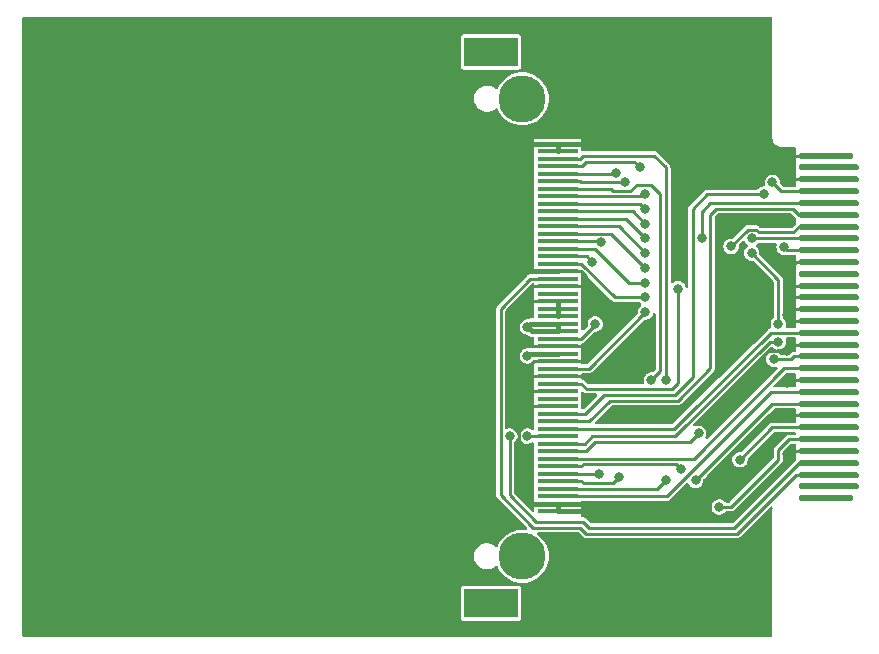
<source format=gtl>
G04 #@! TF.GenerationSoftware,KiCad,Pcbnew,6.0.11+dfsg-1*
G04 #@! TF.CreationDate,2023-03-13T19:25:43+00:00*
G04 #@! TF.ProjectId,TP770_IDE,54503737-305f-4494-9445-2e6b69636164,rev?*
G04 #@! TF.SameCoordinates,PX6cb8080PY3197500*
G04 #@! TF.FileFunction,Copper,L1,Top*
G04 #@! TF.FilePolarity,Positive*
%FSLAX46Y46*%
G04 Gerber Fmt 4.6, Leading zero omitted, Abs format (unit mm)*
G04 Created by KiCad (PCBNEW 6.0.11+dfsg-1) date 2023-03-13 19:25:43*
%MOMM*%
%LPD*%
G01*
G04 APERTURE LIST*
G04 Aperture macros list*
%AMRoundRect*
0 Rectangle with rounded corners*
0 $1 Rounding radius*
0 $2 $3 $4 $5 $6 $7 $8 $9 X,Y pos of 4 corners*
0 Add a 4 corners polygon primitive as box body*
4,1,4,$2,$3,$4,$5,$6,$7,$8,$9,$2,$3,0*
0 Add four circle primitives for the rounded corners*
1,1,$1+$1,$2,$3*
1,1,$1+$1,$4,$5*
1,1,$1+$1,$6,$7*
1,1,$1+$1,$8,$9*
0 Add four rect primitives between the rounded corners*
20,1,$1+$1,$2,$3,$4,$5,0*
20,1,$1+$1,$4,$5,$6,$7,0*
20,1,$1+$1,$6,$7,$8,$9,0*
20,1,$1+$1,$8,$9,$2,$3,0*%
G04 Aperture macros list end*
G04 #@! TA.AperFunction,SMDPad,CuDef*
%ADD10R,3.510000X0.410000*%
G04 #@! TD*
G04 #@! TA.AperFunction,ComponentPad*
%ADD11C,3.990000*%
G04 #@! TD*
G04 #@! TA.AperFunction,SMDPad,CuDef*
%ADD12R,4.570000X2.490000*%
G04 #@! TD*
G04 #@! TA.AperFunction,ConnectorPad*
%ADD13RoundRect,0.125000X2.125000X0.125000X-2.125000X0.125000X-2.125000X-0.125000X2.125000X-0.125000X0*%
G04 #@! TD*
G04 #@! TA.AperFunction,ConnectorPad*
%ADD14RoundRect,0.125000X2.375000X0.125000X-2.375000X0.125000X-2.375000X-0.125000X2.375000X-0.125000X0*%
G04 #@! TD*
G04 #@! TA.AperFunction,ViaPad*
%ADD15C,0.800000*%
G04 #@! TD*
G04 #@! TA.AperFunction,Conductor*
%ADD16C,0.250000*%
G04 #@! TD*
G04 #@! TA.AperFunction,Conductor*
%ADD17C,0.400000*%
G04 #@! TD*
G04 APERTURE END LIST*
D10*
X45575500Y-42112000D03*
X45575500Y-41472000D03*
X45575500Y-40842000D03*
X45575500Y-40202000D03*
X45575500Y-39572000D03*
X45575500Y-38932000D03*
X45575500Y-38302000D03*
X45575500Y-37662000D03*
X45575500Y-37032000D03*
X45575500Y-36392000D03*
X45575500Y-35762000D03*
X45575500Y-35122000D03*
X45575500Y-34492000D03*
X45575500Y-33852000D03*
X45575500Y-33222000D03*
X45575500Y-32582000D03*
X45575500Y-31952000D03*
X45575500Y-31312000D03*
X45575500Y-30682000D03*
X45575500Y-30042000D03*
X45575500Y-29412000D03*
X45575500Y-28772000D03*
X45575500Y-28142000D03*
X45575500Y-27502000D03*
X45575500Y-26872000D03*
X45575500Y-26232000D03*
X45575500Y-25602000D03*
X45575500Y-24962000D03*
X45575500Y-24332000D03*
X45575500Y-23692000D03*
X45575500Y-23062000D03*
X45575500Y-22422000D03*
X45575500Y-21792000D03*
X45575500Y-21152000D03*
X45575500Y-20522000D03*
X45575500Y-19882000D03*
X45575500Y-19252000D03*
X45575500Y-18612000D03*
X45575500Y-17982000D03*
X45575500Y-17342000D03*
X45575500Y-16712000D03*
X45575500Y-16072000D03*
X45575500Y-15442000D03*
X45575500Y-14802000D03*
X45575500Y-14172000D03*
X45575500Y-13532000D03*
X45575500Y-12902000D03*
X45575500Y-12262000D03*
X45575500Y-11632000D03*
X45575500Y-10992000D03*
D11*
X42575500Y-7182000D03*
X42575500Y-45922000D03*
D12*
X39905500Y-49892000D03*
X39905500Y-3212000D03*
D13*
X68250000Y-12000000D03*
D14*
X68500000Y-13000000D03*
X68500000Y-14000000D03*
X68500000Y-15000000D03*
X68500000Y-16000000D03*
X68500000Y-17000000D03*
X68500000Y-18000000D03*
X68500000Y-19000000D03*
X68500000Y-20000000D03*
X68500000Y-21000000D03*
X68500000Y-22000000D03*
X68500000Y-23000000D03*
X68500000Y-24000000D03*
X68500000Y-25000000D03*
X68500000Y-26000000D03*
X68500000Y-27000000D03*
X68500000Y-28000000D03*
X68500000Y-29000000D03*
X68500000Y-30000000D03*
X68500000Y-31000000D03*
X68500000Y-32000000D03*
X68500000Y-33000000D03*
X68500000Y-34000000D03*
X68500000Y-35000000D03*
X68500000Y-36000000D03*
X68500000Y-37000000D03*
X68500000Y-38000000D03*
X68500000Y-39000000D03*
X68500000Y-40000000D03*
D13*
X68250000Y-41000000D03*
D15*
X54750000Y-39500000D03*
X57250000Y-39500000D03*
X50750000Y-39250000D03*
X49068000Y-38932000D03*
X61000000Y-37750000D03*
X56000000Y-38500000D03*
X57500000Y-35500000D03*
X64250000Y-27750000D03*
X43000000Y-35750000D03*
X41500000Y-35750000D03*
X63000000Y-15250000D03*
X55750000Y-23250000D03*
X53000000Y-25250000D03*
X48750000Y-26250000D03*
X53000000Y-24000000D03*
X48500000Y-21000000D03*
X53000000Y-22750000D03*
X49237347Y-19337000D03*
X60250000Y-19684315D03*
X53000000Y-20250000D03*
X57750000Y-19000000D03*
X53000000Y-19000000D03*
X64250000Y-26250000D03*
X62000000Y-20250000D03*
X53000000Y-17750000D03*
X62000000Y-19000000D03*
X53000000Y-16500000D03*
X63874822Y-29225000D03*
X53000000Y-15250000D03*
X53500000Y-31000000D03*
X51250000Y-14250000D03*
X50500000Y-13500000D03*
X59250000Y-41750000D03*
X52500000Y-13000000D03*
X64750000Y-19750000D03*
X54750000Y-31000000D03*
X65000000Y-14250000D03*
X65000000Y-31250000D03*
X65000000Y-25500000D03*
X65000000Y-28500000D03*
X64500000Y-17500000D03*
X62500000Y-27000000D03*
X53000000Y-27000000D03*
X56500000Y-41000000D03*
X56250000Y-14500000D03*
X60500000Y-12500000D03*
X62000000Y-31250000D03*
X49750000Y-30250000D03*
X49750000Y-27000000D03*
X52625000Y-34250000D03*
X43000000Y-40000000D03*
X48500000Y-10993363D03*
X54750000Y-34250000D03*
X48825000Y-42575000D03*
X65000000Y-37250000D03*
X48500000Y-24250000D03*
X58950000Y-39375000D03*
X63500000Y-36475000D03*
X62500000Y-44000000D03*
X40750000Y-43250000D03*
X40750000Y-22750000D03*
X59325000Y-23825000D03*
X63800000Y-12500000D03*
X48175000Y-32525000D03*
X64250000Y-34000000D03*
X58750000Y-34250000D03*
X49750000Y-34250000D03*
X63750000Y-14250000D03*
X43000000Y-26500000D03*
X43000000Y-28950000D03*
X53000000Y-21500000D03*
D16*
X63750000Y-35000000D02*
X68500000Y-35000000D01*
X63636410Y-32000000D02*
X68500000Y-32000000D01*
X45575500Y-40842000D02*
X54794410Y-40842000D01*
X54794410Y-40842000D02*
X63636410Y-32000000D01*
X63750000Y-33000000D02*
X68500000Y-33000000D01*
X57250000Y-39500000D02*
X63750000Y-33000000D01*
X54000000Y-40202000D02*
X45575500Y-40202000D01*
X54750000Y-39500000D02*
X54000000Y-40202000D01*
X45575500Y-39572000D02*
X47580500Y-39572000D01*
X47580500Y-39572000D02*
X47758500Y-39750000D01*
X47758500Y-39750000D02*
X50250000Y-39750000D01*
X50250000Y-39750000D02*
X50750000Y-39250000D01*
X45575500Y-38932000D02*
X49068000Y-38932000D01*
X55612010Y-38112010D02*
X56000000Y-38500000D01*
X47770490Y-38112010D02*
X55612010Y-38112010D01*
X45575500Y-38302000D02*
X47580500Y-38302000D01*
X47580500Y-38302000D02*
X47770490Y-38112010D01*
X61000000Y-37750000D02*
X63750000Y-35000000D01*
X64750000Y-30000000D02*
X68500000Y-30000000D01*
X45575500Y-37662000D02*
X57088000Y-37662000D01*
X57088000Y-37662000D02*
X64750000Y-30000000D01*
X47968000Y-37032000D02*
X45575500Y-37032000D01*
X48750000Y-36250000D02*
X47968000Y-37032000D01*
X57500000Y-35500000D02*
X56750000Y-36250000D01*
X56750000Y-36250000D02*
X48750000Y-36250000D01*
X63522820Y-27750000D02*
X64250000Y-27750000D01*
X55500000Y-35750000D02*
X63522820Y-27750000D01*
X47858000Y-36392000D02*
X48500000Y-35750000D01*
X45575500Y-36392000D02*
X47858000Y-36392000D01*
X48500000Y-35750000D02*
X55500000Y-35750000D01*
X45563500Y-35750000D02*
X45575500Y-35762000D01*
X43000000Y-35750000D02*
X45563500Y-35750000D01*
X68500000Y-38000000D02*
X66000000Y-38000000D01*
X41500000Y-40750000D02*
X41500000Y-35750000D01*
X48250000Y-43500000D02*
X47750000Y-43000000D01*
X43750000Y-43000000D02*
X41500000Y-40750000D01*
X60500000Y-43500000D02*
X48250000Y-43500000D01*
X66000000Y-38000000D02*
X60500000Y-43500000D01*
X47750000Y-43000000D02*
X43750000Y-43000000D01*
X55390972Y-35122000D02*
X56500000Y-34012972D01*
X45575500Y-35122000D02*
X55390972Y-35122000D01*
X56500000Y-34012972D02*
X63636410Y-27000000D01*
X63636410Y-27000000D02*
X68500000Y-27000000D01*
X65500000Y-16500000D02*
X66000000Y-17000000D01*
X59000000Y-16500000D02*
X65500000Y-16500000D01*
X48250000Y-34496135D02*
X50000000Y-32750000D01*
X55750000Y-32750000D02*
X58500000Y-30000000D01*
X45575500Y-34492000D02*
X48250000Y-34496135D01*
X58500000Y-30000000D02*
X58500000Y-17000000D01*
X50000000Y-32750000D02*
X55750000Y-32750000D01*
X66000000Y-17000000D02*
X68500000Y-17000000D01*
X58500000Y-17000000D02*
X59000000Y-16500000D01*
X58250000Y-15250000D02*
X63000000Y-15250000D01*
X47898000Y-33852000D02*
X49500000Y-32250000D01*
X45575500Y-33852000D02*
X47898000Y-33852000D01*
X55500000Y-32246480D02*
X57024999Y-30750000D01*
X49500000Y-32250000D02*
X55500000Y-32246480D01*
X57000000Y-16500000D02*
X58250000Y-15250000D01*
X57024999Y-30175019D02*
X57000000Y-16500000D01*
X57024999Y-30750000D02*
X57024999Y-30175019D01*
X45575500Y-31312000D02*
X47580500Y-31312000D01*
X47580500Y-31312000D02*
X48018500Y-31750000D01*
X55750000Y-31250000D02*
X55250000Y-31750000D01*
X48018500Y-31750000D02*
X55250000Y-31750000D01*
X55750000Y-31250000D02*
X55750000Y-23250000D01*
X48208000Y-30042000D02*
X53000000Y-25250000D01*
X45575500Y-30042000D02*
X48208000Y-30042000D01*
X48750000Y-26332500D02*
X48750000Y-26250000D01*
X47580500Y-27502000D02*
X48750000Y-26332500D01*
X45575500Y-27502000D02*
X47580500Y-27502000D01*
X43250000Y-22422000D02*
X45575500Y-22422000D01*
X40750000Y-40750000D02*
X40750000Y-24987000D01*
X43500000Y-43500000D02*
X40750000Y-40750000D01*
X47500000Y-43500000D02*
X43500000Y-43500000D01*
X47999135Y-43999135D02*
X47500000Y-43500000D01*
X40750000Y-24987000D02*
X43250000Y-22422000D01*
X60750000Y-43996377D02*
X47999135Y-43999135D01*
X65750000Y-39000000D02*
X60750000Y-43996377D01*
X68500000Y-39000000D02*
X65750000Y-39000000D01*
X50428500Y-24000000D02*
X53000000Y-24000000D01*
X47580500Y-21152000D02*
X50428500Y-24000000D01*
X45575500Y-21152000D02*
X47580500Y-21152000D01*
X48022000Y-20522000D02*
X48500000Y-21000000D01*
X45575500Y-20522000D02*
X48022000Y-20522000D01*
X48709345Y-19882000D02*
X51577345Y-22750000D01*
X45575500Y-19882000D02*
X48709345Y-19882000D01*
X53000000Y-22750000D02*
X51577345Y-22750000D01*
X49237347Y-19337000D02*
X49150347Y-19250000D01*
X49150347Y-19250000D02*
X49148347Y-19252000D01*
X49148347Y-19252000D02*
X45575500Y-19252000D01*
X65500000Y-18500000D02*
X66000000Y-18000000D01*
X62573002Y-18500000D02*
X65500000Y-18500000D01*
X66000000Y-18000000D02*
X68500000Y-18000000D01*
X60250000Y-19684315D02*
X60250000Y-19676998D01*
X60250000Y-19676998D02*
X61651999Y-18274999D01*
X62348001Y-18274999D02*
X62573002Y-18500000D01*
X61651999Y-18274999D02*
X62348001Y-18274999D01*
X50732000Y-17982000D02*
X53000000Y-20250000D01*
X45575500Y-17982000D02*
X50732000Y-17982000D01*
X57750000Y-19000000D02*
X57750000Y-16750000D01*
X57750000Y-16750000D02*
X58500000Y-16000000D01*
X51342000Y-17342000D02*
X53000000Y-19000000D01*
X45575500Y-17342000D02*
X51342000Y-17342000D01*
X58500000Y-16000000D02*
X68500000Y-16000000D01*
X64250000Y-22500000D02*
X64250000Y-26250000D01*
X62000000Y-20250000D02*
X64250000Y-22500000D01*
X51962000Y-16712000D02*
X53000000Y-17750000D01*
X45575500Y-16712000D02*
X51962000Y-16712000D01*
X62000000Y-19000000D02*
X68500000Y-19000000D01*
X52572000Y-16072000D02*
X53000000Y-16500000D01*
X45575500Y-16072000D02*
X52572000Y-16072000D01*
X65348002Y-29225000D02*
X63874822Y-29225000D01*
X68500000Y-29000000D02*
X65573002Y-29000000D01*
X65573002Y-29000000D02*
X65348002Y-29225000D01*
X52808000Y-15442000D02*
X53000000Y-15250000D01*
X45575500Y-15442000D02*
X52808000Y-15442000D01*
X50052000Y-14802000D02*
X45575500Y-14802000D01*
X50225001Y-14975001D02*
X50052000Y-14802000D01*
X51701997Y-14975001D02*
X50225001Y-14975001D01*
X53500000Y-31000000D02*
X54250000Y-30250000D01*
X52250000Y-14500000D02*
X51701997Y-14975001D01*
X54250000Y-30250000D02*
X54250000Y-15250000D01*
X54250000Y-15250000D02*
X53500000Y-14500000D01*
X53500000Y-14500000D02*
X52250000Y-14500000D01*
X51250000Y-14250000D02*
X47563500Y-14250000D01*
X47485500Y-14172000D02*
X45575500Y-14172000D01*
X47563500Y-14250000D02*
X47485500Y-14172000D01*
X45575500Y-13532000D02*
X50468000Y-13532000D01*
X50468000Y-13532000D02*
X50500000Y-13500000D01*
X64250000Y-36926998D02*
X65176998Y-36000000D01*
X64250000Y-37750000D02*
X64250000Y-36926998D01*
X65176998Y-36000000D02*
X68500000Y-36000000D01*
X59250000Y-41750000D02*
X60250000Y-41750000D01*
X60250000Y-41750000D02*
X64250000Y-37750000D01*
X64750000Y-19750000D02*
X65000000Y-20000000D01*
X65000000Y-20000000D02*
X68500000Y-20000000D01*
X52000000Y-12500000D02*
X52500000Y-13000000D01*
X45575500Y-12902000D02*
X47598000Y-12902000D01*
X48000000Y-12500000D02*
X52000000Y-12500000D01*
X47598000Y-12902000D02*
X48000000Y-12500000D01*
X45575500Y-12262000D02*
X47488000Y-12262000D01*
X47488000Y-12262000D02*
X47750000Y-12000000D01*
X47750000Y-12000000D02*
X53750000Y-12000000D01*
X53750000Y-12000000D02*
X54750000Y-13000000D01*
X54750000Y-31000000D02*
X54750000Y-13082010D01*
X45575500Y-28142000D02*
X43570500Y-28142000D01*
D17*
X45575500Y-25602000D02*
X45575500Y-24332000D01*
X45575500Y-10992000D02*
X45575500Y-11632000D01*
D16*
X68500000Y-14000000D02*
X65250000Y-14000000D01*
X65250000Y-14000000D02*
X65000000Y-14250000D01*
X68250000Y-12000000D02*
X65500000Y-12000000D01*
X65500000Y-12000000D02*
X65000000Y-12500000D01*
X65000000Y-12500000D02*
X65000000Y-14250000D01*
X65500000Y-24000000D02*
X68500000Y-24000000D01*
X65000000Y-31250000D02*
X65250000Y-31000000D01*
X65250000Y-31000000D02*
X68500000Y-31000000D01*
X68500000Y-21000000D02*
X65750000Y-21000000D01*
X65750000Y-21000000D02*
X65500000Y-21250000D01*
X65500000Y-24000000D02*
X65500000Y-23000000D01*
X68500000Y-23000000D02*
X65500000Y-23000000D01*
X65500000Y-21250000D02*
X65500000Y-23000000D01*
X68500000Y-26000000D02*
X65750000Y-26000000D01*
X65000000Y-28500000D02*
X65000000Y-28250000D01*
X65000000Y-28250000D02*
X65250000Y-28000000D01*
X65250000Y-28000000D02*
X68500000Y-28000000D01*
X65000000Y-25500000D02*
X64700010Y-25500000D01*
X65500000Y-25000000D02*
X65500000Y-24000000D01*
X65500000Y-25000000D02*
X65000000Y-25500000D01*
X68500000Y-25000000D02*
X65500000Y-25000000D01*
X65500000Y-26000000D02*
X68500000Y-26000000D01*
X65500000Y-26000000D02*
X65000000Y-25500000D01*
X60250000Y-17500000D02*
X64500000Y-17500000D01*
X59250000Y-18500000D02*
X60250000Y-17500000D01*
X59250000Y-18500000D02*
X59250000Y-23750000D01*
X59250000Y-23750000D02*
X62500000Y-27000000D01*
D17*
X62000000Y-12500000D02*
X63800000Y-12500000D01*
X45575500Y-10992000D02*
X48500000Y-10993363D01*
X60500000Y-10998952D02*
X62000000Y-12500000D01*
D16*
X49318000Y-30682000D02*
X49750000Y-30250000D01*
X45575500Y-30682000D02*
X49318000Y-30682000D01*
D17*
X42500000Y-11750000D02*
X43250000Y-10992000D01*
X42500000Y-21000000D02*
X42500000Y-11750000D01*
X43250000Y-10992000D02*
X45575500Y-10992000D01*
X45575500Y-21792000D02*
X43292000Y-21792000D01*
X43292000Y-21792000D02*
X42500000Y-21000000D01*
X45575500Y-41472000D02*
X45575500Y-42112000D01*
D16*
X63409230Y-28500000D02*
X65000000Y-28500000D01*
X62000000Y-29909230D02*
X63409230Y-28500000D01*
X62000000Y-31250000D02*
X62000000Y-29909230D01*
X49750000Y-30250000D02*
X53000000Y-27000000D01*
D17*
X48500000Y-10993363D02*
X60500000Y-10998952D01*
D16*
X43250000Y-33000000D02*
X43250000Y-32000000D01*
X43250000Y-32000000D02*
X43250000Y-30750000D01*
X43570500Y-29412000D02*
X45575500Y-29412000D01*
X43250000Y-30750000D02*
X43250000Y-29750000D01*
X43250000Y-29750000D02*
X43570500Y-29412000D01*
X43298000Y-31952000D02*
X43250000Y-32000000D01*
X45575500Y-31952000D02*
X43298000Y-31952000D01*
X43318000Y-30682000D02*
X43250000Y-30750000D01*
X45575500Y-30682000D02*
X43318000Y-30682000D01*
X42274999Y-33975001D02*
X43250000Y-33000000D01*
X42274999Y-40176499D02*
X42274999Y-33975001D01*
D17*
X45575500Y-41472000D02*
X43570500Y-41472000D01*
D16*
X43570500Y-41472000D02*
X42274999Y-40176499D01*
X43472000Y-33222000D02*
X43250000Y-33000000D01*
X45575500Y-33222000D02*
X43472000Y-33222000D01*
X42000000Y-27250000D02*
X42000000Y-25500000D01*
X43250000Y-24250000D02*
X43250000Y-23250000D01*
X45575500Y-28142000D02*
X42892000Y-28142000D01*
X42000000Y-25500000D02*
X43250000Y-24250000D01*
X42892000Y-28142000D02*
X42000000Y-27250000D01*
X43332000Y-24332000D02*
X45575500Y-24332000D01*
X43250000Y-24250000D02*
X43332000Y-24332000D01*
X43438000Y-23062000D02*
X45575500Y-23062000D01*
X43250000Y-23250000D02*
X43438000Y-23062000D01*
X47580500Y-23062000D02*
X48000000Y-22642500D01*
X45575500Y-23062000D02*
X47580500Y-23062000D01*
X47580500Y-21792000D02*
X45575500Y-21792000D01*
X48000000Y-22211500D02*
X47580500Y-21792000D01*
X48000000Y-22642500D02*
X48000000Y-22211500D01*
X45575500Y-29412000D02*
X47588000Y-29412000D01*
X47588000Y-29412000D02*
X48000000Y-29000000D01*
X47580500Y-28142000D02*
X45575500Y-28142000D01*
X48000000Y-28561500D02*
X47580500Y-28142000D01*
X48000000Y-29000000D02*
X48000000Y-28561500D01*
D17*
X45575500Y-41472000D02*
X47580500Y-41472000D01*
X48362000Y-42112000D02*
X45575500Y-42112000D01*
X47722000Y-41472000D02*
X48362000Y-42112000D01*
D16*
X47580500Y-41472000D02*
X47722000Y-41472000D01*
D17*
X48825000Y-42575000D02*
X48362000Y-42112000D01*
D16*
X58250000Y-39250000D02*
X63500000Y-34000000D01*
X63500000Y-34000000D02*
X64250000Y-34000000D01*
X58250000Y-39250000D02*
X58250000Y-42575000D01*
D17*
X48825000Y-42575000D02*
X58250000Y-42575000D01*
X58250000Y-42575000D02*
X60375000Y-42575000D01*
D16*
X60375000Y-42575000D02*
X60400000Y-42600000D01*
X65250000Y-37000000D02*
X68500000Y-37000000D01*
D17*
X65000000Y-38000000D02*
X65000000Y-37250000D01*
X60400000Y-42600000D02*
X65000000Y-38000000D01*
D16*
X65000000Y-37250000D02*
X65250000Y-37000000D01*
X64250000Y-34000000D02*
X68500000Y-34000000D01*
D17*
X63800000Y-12500000D02*
X65000000Y-12500000D01*
D16*
X68500000Y-15000000D02*
X64500000Y-15000000D01*
X64500000Y-15000000D02*
X63750000Y-14250000D01*
D17*
X45575500Y-26232000D02*
X45575500Y-26872000D01*
X43000000Y-26500000D02*
X43372000Y-26872000D01*
X43372000Y-26872000D02*
X45575500Y-26872000D01*
X43000000Y-26500000D02*
X43268000Y-26232000D01*
X43268000Y-26232000D02*
X45575500Y-26232000D01*
X43178000Y-28772000D02*
X43000000Y-28950000D01*
X45575500Y-28772000D02*
X43178000Y-28772000D01*
D16*
X50112000Y-18612000D02*
X53000000Y-21500000D01*
X45575500Y-18612000D02*
X50112000Y-18612000D01*
G04 #@! TA.AperFunction,Conductor*
G36*
X63692539Y-270185D02*
G01*
X63738294Y-322989D01*
X63749500Y-374500D01*
X63749500Y-10463115D01*
X63747117Y-10487306D01*
X63744592Y-10500000D01*
X63746974Y-10511977D01*
X63746974Y-10513761D01*
X63747718Y-10518773D01*
X63760359Y-10647124D01*
X63803274Y-10788593D01*
X63806145Y-10793965D01*
X63806147Y-10793969D01*
X63819740Y-10819399D01*
X63872963Y-10918973D01*
X63966749Y-11033251D01*
X64081027Y-11127037D01*
X64086404Y-11129911D01*
X64206031Y-11193853D01*
X64206035Y-11193855D01*
X64211407Y-11196726D01*
X64352876Y-11239641D01*
X64481227Y-11252282D01*
X64486239Y-11253026D01*
X64488023Y-11253026D01*
X64500000Y-11255408D01*
X64512694Y-11252883D01*
X64536885Y-11250500D01*
X65600366Y-11250500D01*
X65667405Y-11270185D01*
X65714927Y-11327047D01*
X65726716Y-11355508D01*
X65735094Y-11386776D01*
X65748939Y-11491941D01*
X65750000Y-11508126D01*
X65750000Y-12832519D01*
X65749833Y-12837126D01*
X65749500Y-12839410D01*
X65749500Y-13160590D01*
X65749833Y-13162853D01*
X65750000Y-13167419D01*
X65750000Y-14500500D01*
X65730315Y-14567539D01*
X65677511Y-14613294D01*
X65626000Y-14624500D01*
X64706899Y-14624500D01*
X64639860Y-14604815D01*
X64619218Y-14588181D01*
X64435195Y-14404158D01*
X64401710Y-14342835D01*
X64400113Y-14299007D01*
X64404561Y-14267748D01*
X64405134Y-14263723D01*
X64405278Y-14250000D01*
X64401569Y-14219350D01*
X64387262Y-14101119D01*
X64387261Y-14101115D01*
X64386363Y-14093694D01*
X64330710Y-13946412D01*
X64326473Y-13940247D01*
X64245768Y-13822821D01*
X64245765Y-13822818D01*
X64241531Y-13816657D01*
X64123976Y-13711919D01*
X63984831Y-13638245D01*
X63869444Y-13609262D01*
X63839378Y-13601710D01*
X63832128Y-13599889D01*
X63750329Y-13599461D01*
X63682158Y-13599104D01*
X63682157Y-13599104D01*
X63674684Y-13599065D01*
X63667421Y-13600809D01*
X63667418Y-13600809D01*
X63598136Y-13617443D01*
X63521588Y-13635820D01*
X63381679Y-13708032D01*
X63263034Y-13811533D01*
X63172501Y-13940348D01*
X63115309Y-14087039D01*
X63094758Y-14243138D01*
X63095578Y-14250566D01*
X63095578Y-14250568D01*
X63107698Y-14360346D01*
X63112035Y-14399633D01*
X63114602Y-14406648D01*
X63114603Y-14406652D01*
X63124203Y-14432885D01*
X63128756Y-14502606D01*
X63094892Y-14563720D01*
X63033362Y-14596825D01*
X63007107Y-14599496D01*
X62932158Y-14599104D01*
X62932157Y-14599104D01*
X62924684Y-14599065D01*
X62917421Y-14600809D01*
X62917418Y-14600809D01*
X62848136Y-14617443D01*
X62771588Y-14635820D01*
X62631679Y-14708032D01*
X62513034Y-14811533D01*
X62508736Y-14817649D01*
X62505820Y-14821798D01*
X62451168Y-14865329D01*
X62404367Y-14874500D01*
X58303284Y-14874500D01*
X58279349Y-14871953D01*
X58277948Y-14871887D01*
X58267934Y-14869731D01*
X58257761Y-14870935D01*
X58234898Y-14873641D01*
X58229016Y-14873988D01*
X58229023Y-14874078D01*
X58223918Y-14874500D01*
X58218807Y-14874500D01*
X58199947Y-14877639D01*
X58194168Y-14878461D01*
X58153968Y-14883219D01*
X58153966Y-14883220D01*
X58143790Y-14884424D01*
X58135623Y-14888346D01*
X58126687Y-14889833D01*
X58082043Y-14913922D01*
X58076840Y-14916574D01*
X58031100Y-14938537D01*
X58026869Y-14942094D01*
X58024983Y-14943980D01*
X58023053Y-14945751D01*
X58023000Y-14945779D01*
X58022883Y-14945652D01*
X58022326Y-14946143D01*
X58016671Y-14949194D01*
X58009711Y-14956723D01*
X58009710Y-14956724D01*
X57980447Y-14988381D01*
X57977072Y-14991891D01*
X56771834Y-16197129D01*
X56752296Y-16212938D01*
X56751875Y-16213322D01*
X56743276Y-16218897D01*
X56736945Y-16226958D01*
X56723013Y-16244697D01*
X56719251Y-16248938D01*
X56719348Y-16249020D01*
X56716044Y-16252919D01*
X56712425Y-16256538D01*
X56701039Y-16272470D01*
X56697704Y-16276921D01*
X56666062Y-16317210D01*
X56663191Y-16325434D01*
X56658128Y-16332519D01*
X56655192Y-16342335D01*
X56655192Y-16342336D01*
X56643463Y-16381555D01*
X56641733Y-16386895D01*
X56631506Y-16416191D01*
X56624858Y-16435234D01*
X56624391Y-16440742D01*
X56624396Y-16443415D01*
X56624305Y-16445616D01*
X56624164Y-16446087D01*
X56624088Y-16446084D01*
X56624068Y-16446408D01*
X56622310Y-16452287D01*
X56622712Y-16462525D01*
X56622712Y-16462528D01*
X56624423Y-16506062D01*
X56624519Y-16510704D01*
X56629772Y-19384187D01*
X56636554Y-23093694D01*
X56636573Y-23104251D01*
X56617011Y-23171327D01*
X56564291Y-23217178D01*
X56495150Y-23227248D01*
X56431542Y-23198339D01*
X56393660Y-23139630D01*
X56389471Y-23119376D01*
X56388966Y-23115204D01*
X56386363Y-23093694D01*
X56366281Y-23040549D01*
X56333354Y-22953408D01*
X56333352Y-22953405D01*
X56330710Y-22946412D01*
X56326473Y-22940247D01*
X56245768Y-22822821D01*
X56245765Y-22822818D01*
X56241531Y-22816657D01*
X56162425Y-22746176D01*
X56129559Y-22716893D01*
X56129558Y-22716892D01*
X56123976Y-22711919D01*
X55984831Y-22638245D01*
X55832128Y-22599889D01*
X55750329Y-22599461D01*
X55682158Y-22599104D01*
X55682157Y-22599104D01*
X55674684Y-22599065D01*
X55667421Y-22600809D01*
X55667418Y-22600809D01*
X55620868Y-22611985D01*
X55521588Y-22635820D01*
X55381679Y-22708032D01*
X55376048Y-22712945D01*
X55376047Y-22712945D01*
X55331015Y-22752229D01*
X55267556Y-22781465D01*
X55198365Y-22771752D01*
X55145408Y-22726174D01*
X55125500Y-22658787D01*
X55125500Y-13053285D01*
X55128047Y-13029359D01*
X55128113Y-13027951D01*
X55130270Y-13017934D01*
X55128629Y-13004064D01*
X55121616Y-12944819D01*
X55115577Y-12893791D01*
X55111142Y-12884555D01*
X55111141Y-12884552D01*
X55064841Y-12788136D01*
X55061463Y-12781101D01*
X55057906Y-12776869D01*
X54053198Y-11772161D01*
X54038071Y-11753432D01*
X54037130Y-11752398D01*
X54031572Y-11743790D01*
X54005445Y-11723193D01*
X54001042Y-11719280D01*
X54000983Y-11719350D01*
X53997080Y-11716043D01*
X53993462Y-11712425D01*
X53977920Y-11701319D01*
X53973272Y-11697830D01*
X53933400Y-11666397D01*
X53924851Y-11663395D01*
X53917481Y-11658128D01*
X53868877Y-11643592D01*
X53863324Y-11641788D01*
X53822817Y-11627563D01*
X53822814Y-11627562D01*
X53815452Y-11624977D01*
X53809945Y-11624500D01*
X53807261Y-11624500D01*
X53804659Y-11624387D01*
X53804585Y-11624365D01*
X53804592Y-11624196D01*
X53803867Y-11624150D01*
X53797713Y-11622310D01*
X53787474Y-11622712D01*
X53787471Y-11622712D01*
X53744419Y-11624404D01*
X53739551Y-11624500D01*
X47803284Y-11624500D01*
X47779349Y-11621953D01*
X47777948Y-11621887D01*
X47767934Y-11619731D01*
X47757761Y-11620935D01*
X47734898Y-11623641D01*
X47729016Y-11623988D01*
X47729023Y-11624078D01*
X47723918Y-11624500D01*
X47718807Y-11624500D01*
X47700404Y-11627563D01*
X47699947Y-11627639D01*
X47694167Y-11628461D01*
X47682575Y-11629833D01*
X47613686Y-11618165D01*
X47562042Y-11571105D01*
X47544000Y-11506693D01*
X47544000Y-10611000D01*
X43607000Y-10611000D01*
X43607000Y-11888023D01*
X43592352Y-11936316D01*
X43595993Y-11937824D01*
X43591322Y-11949101D01*
X43584534Y-11959260D01*
X43570000Y-12032326D01*
X43570000Y-12491674D01*
X43571190Y-12497656D01*
X43583155Y-12557809D01*
X43583155Y-12606191D01*
X43570000Y-12672326D01*
X43570000Y-13131674D01*
X43582161Y-13192810D01*
X43582161Y-13241190D01*
X43570000Y-13302326D01*
X43570000Y-13761674D01*
X43571190Y-13767656D01*
X43583155Y-13827809D01*
X43583155Y-13876191D01*
X43570000Y-13942326D01*
X43570000Y-14401674D01*
X43582161Y-14462810D01*
X43582161Y-14511190D01*
X43570000Y-14572326D01*
X43570000Y-15031674D01*
X43571190Y-15037656D01*
X43583155Y-15097809D01*
X43583155Y-15146191D01*
X43570000Y-15212326D01*
X43570000Y-15671674D01*
X43582161Y-15732810D01*
X43582161Y-15781190D01*
X43570000Y-15842326D01*
X43570000Y-16301674D01*
X43571190Y-16307656D01*
X43583155Y-16367809D01*
X43583155Y-16416191D01*
X43576927Y-16447500D01*
X43570000Y-16482326D01*
X43570000Y-16941674D01*
X43582161Y-17002810D01*
X43582161Y-17051190D01*
X43570000Y-17112326D01*
X43570000Y-17571674D01*
X43571190Y-17577656D01*
X43583155Y-17637809D01*
X43583155Y-17686191D01*
X43581981Y-17692094D01*
X43570000Y-17752326D01*
X43570000Y-18211674D01*
X43582161Y-18272810D01*
X43582161Y-18321190D01*
X43570000Y-18382326D01*
X43570000Y-18841674D01*
X43571190Y-18847656D01*
X43583155Y-18907809D01*
X43583155Y-18956191D01*
X43570000Y-19022326D01*
X43570000Y-19481674D01*
X43582161Y-19542810D01*
X43582161Y-19591190D01*
X43570000Y-19652326D01*
X43570000Y-20111674D01*
X43571190Y-20117656D01*
X43583155Y-20177809D01*
X43583155Y-20226191D01*
X43578419Y-20250000D01*
X43570000Y-20292326D01*
X43570000Y-20751674D01*
X43582161Y-20812810D01*
X43582161Y-20861190D01*
X43570000Y-20922326D01*
X43570000Y-21381674D01*
X43584534Y-21454740D01*
X43591322Y-21464899D01*
X43595993Y-21476176D01*
X43592352Y-21477684D01*
X43607000Y-21525977D01*
X43607000Y-21922500D01*
X43587315Y-21989539D01*
X43534511Y-22035294D01*
X43483000Y-22046500D01*
X43300051Y-22046500D01*
X43275518Y-22044049D01*
X43263053Y-22041532D01*
X43252891Y-22042867D01*
X43247617Y-22043560D01*
X43230438Y-22045817D01*
X43224504Y-22046452D01*
X43223923Y-22046500D01*
X43218807Y-22046500D01*
X43213766Y-22047339D01*
X43213754Y-22047340D01*
X43196781Y-22050165D01*
X43192577Y-22050791D01*
X43139108Y-22057816D01*
X43133194Y-22060750D01*
X43126687Y-22061833D01*
X43079166Y-22087473D01*
X43075502Y-22089370D01*
X43027122Y-22113372D01*
X43022936Y-22116982D01*
X43021226Y-22118736D01*
X43016671Y-22121194D01*
X43009715Y-22128720D01*
X43009714Y-22128720D01*
X42978056Y-22162968D01*
X42975798Y-22165346D01*
X42039679Y-23125804D01*
X40765410Y-24433205D01*
X40520546Y-24684435D01*
X40508789Y-24694056D01*
X40502402Y-24699868D01*
X40493790Y-24705428D01*
X40471184Y-24734103D01*
X40463351Y-24743033D01*
X40462903Y-24743576D01*
X40459324Y-24747248D01*
X40456395Y-24751460D01*
X40450246Y-24760302D01*
X40445821Y-24766276D01*
X40416397Y-24803600D01*
X40413266Y-24812516D01*
X40413001Y-24812943D01*
X40411591Y-24815701D01*
X40411401Y-24816163D01*
X40406007Y-24823920D01*
X40403197Y-24833775D01*
X40392975Y-24869624D01*
X40390725Y-24876704D01*
X40374977Y-24921548D01*
X40374500Y-24927055D01*
X40374500Y-24929739D01*
X40374384Y-24932416D01*
X40374229Y-24932409D01*
X40374021Y-24936097D01*
X40371728Y-24944137D01*
X40372262Y-24954368D01*
X40374332Y-24994065D01*
X40374500Y-25000523D01*
X40374500Y-40696716D01*
X40371953Y-40720651D01*
X40371887Y-40722052D01*
X40369731Y-40732066D01*
X40370935Y-40742239D01*
X40373641Y-40765102D01*
X40373988Y-40770984D01*
X40374078Y-40770977D01*
X40374500Y-40776082D01*
X40374500Y-40781193D01*
X40375339Y-40786233D01*
X40377639Y-40800053D01*
X40378461Y-40805832D01*
X40383219Y-40846032D01*
X40384424Y-40856210D01*
X40388346Y-40864377D01*
X40389833Y-40873313D01*
X40413922Y-40917957D01*
X40416574Y-40923160D01*
X40438537Y-40968900D01*
X40442094Y-40973131D01*
X40443980Y-40975017D01*
X40445751Y-40976947D01*
X40445779Y-40977000D01*
X40445652Y-40977117D01*
X40446143Y-40977674D01*
X40449194Y-40983329D01*
X40456723Y-40990289D01*
X40456724Y-40990290D01*
X40488381Y-41019553D01*
X40491891Y-41022928D01*
X42947322Y-43478359D01*
X42980807Y-43539682D01*
X42975823Y-43609374D01*
X42933951Y-43665307D01*
X42868487Y-43689724D01*
X42851542Y-43689775D01*
X42575500Y-43671682D01*
X42571442Y-43671948D01*
X42285828Y-43690668D01*
X42285823Y-43690669D01*
X42281775Y-43690934D01*
X42277796Y-43691725D01*
X42277792Y-43691726D01*
X42049316Y-43737173D01*
X41993075Y-43748360D01*
X41714341Y-43842977D01*
X41450341Y-43973167D01*
X41274457Y-44090689D01*
X41208983Y-44134438D01*
X41205593Y-44136703D01*
X40984285Y-44330785D01*
X40790203Y-44552093D01*
X40626667Y-44796841D01*
X40606320Y-44838100D01*
X40497802Y-45058154D01*
X40450497Y-45109573D01*
X40382902Y-45127255D01*
X40316477Y-45105585D01*
X40300843Y-45092883D01*
X40264936Y-45058509D01*
X40264932Y-45058505D01*
X40260669Y-45054425D01*
X40084254Y-44940515D01*
X40078779Y-44938308D01*
X40078776Y-44938307D01*
X39894961Y-44864227D01*
X39894956Y-44864226D01*
X39889481Y-44862019D01*
X39683378Y-44821770D01*
X39677857Y-44821500D01*
X39523031Y-44821500D01*
X39366454Y-44836439D01*
X39360794Y-44838099D01*
X39360791Y-44838100D01*
X39265702Y-44865996D01*
X39164951Y-44895553D01*
X39159702Y-44898256D01*
X39159703Y-44898256D01*
X38983504Y-44989004D01*
X38983499Y-44989007D01*
X38978261Y-44991705D01*
X38813121Y-45121424D01*
X38675490Y-45280029D01*
X38672537Y-45285134D01*
X38672536Y-45285135D01*
X38638733Y-45343567D01*
X38570334Y-45461799D01*
X38501447Y-45660174D01*
X38471314Y-45867996D01*
X38481023Y-46077767D01*
X38482405Y-46083500D01*
X38513295Y-46211672D01*
X38530224Y-46281918D01*
X38617140Y-46473081D01*
X38738637Y-46644360D01*
X38742904Y-46648444D01*
X38742905Y-46648446D01*
X38886064Y-46785491D01*
X38886068Y-46785495D01*
X38890331Y-46789575D01*
X39066746Y-46903485D01*
X39072221Y-46905692D01*
X39072224Y-46905693D01*
X39256039Y-46979773D01*
X39256044Y-46979774D01*
X39261519Y-46981981D01*
X39467622Y-47022230D01*
X39473143Y-47022500D01*
X39627969Y-47022500D01*
X39784546Y-47007561D01*
X39790206Y-47005901D01*
X39790209Y-47005900D01*
X39885297Y-46978004D01*
X39986049Y-46948447D01*
X40079565Y-46900283D01*
X40167496Y-46854996D01*
X40167501Y-46854993D01*
X40172739Y-46852295D01*
X40310456Y-46744117D01*
X40375336Y-46718185D01*
X40443935Y-46731446D01*
X40494476Y-46779690D01*
X40498261Y-46786777D01*
X40626667Y-47047159D01*
X40790203Y-47291907D01*
X40984285Y-47513215D01*
X41205593Y-47707297D01*
X41450341Y-47870833D01*
X41714341Y-48001023D01*
X41993075Y-48095640D01*
X41997068Y-48096434D01*
X41997067Y-48096434D01*
X42277792Y-48152274D01*
X42277796Y-48152275D01*
X42281775Y-48153066D01*
X42285823Y-48153331D01*
X42285828Y-48153332D01*
X42571442Y-48172052D01*
X42575500Y-48172318D01*
X42579558Y-48172052D01*
X42865172Y-48153332D01*
X42865177Y-48153331D01*
X42869225Y-48153066D01*
X42873204Y-48152275D01*
X42873208Y-48152274D01*
X43153933Y-48096434D01*
X43153932Y-48096434D01*
X43157925Y-48095640D01*
X43436659Y-48001023D01*
X43700659Y-47870833D01*
X43945407Y-47707297D01*
X44166715Y-47513215D01*
X44360797Y-47291907D01*
X44524333Y-47047159D01*
X44654523Y-46783159D01*
X44749140Y-46504425D01*
X44792331Y-46287290D01*
X44805774Y-46219708D01*
X44805775Y-46219704D01*
X44806566Y-46215725D01*
X44815609Y-46077767D01*
X44825552Y-45926058D01*
X44825818Y-45922000D01*
X44806566Y-45628275D01*
X44749140Y-45339575D01*
X44671065Y-45109573D01*
X44655829Y-45064688D01*
X44655828Y-45064686D01*
X44654523Y-45060841D01*
X44524333Y-44796841D01*
X44360797Y-44552093D01*
X44166715Y-44330785D01*
X43945407Y-44136703D01*
X43942031Y-44134447D01*
X43942019Y-44134438D01*
X43894372Y-44102602D01*
X43849566Y-44048990D01*
X43840859Y-43979665D01*
X43871013Y-43916638D01*
X43930456Y-43879918D01*
X43963262Y-43875500D01*
X47293101Y-43875500D01*
X47360140Y-43895185D01*
X47380782Y-43911819D01*
X47695973Y-44227010D01*
X47711175Y-44245829D01*
X47712058Y-44246799D01*
X47717618Y-44255406D01*
X47725668Y-44261749D01*
X47743711Y-44275967D01*
X47748091Y-44279858D01*
X47748153Y-44279785D01*
X47752051Y-44283088D01*
X47755673Y-44286710D01*
X47759837Y-44289686D01*
X47759840Y-44289688D01*
X47771250Y-44297841D01*
X47775905Y-44301335D01*
X47815807Y-44332778D01*
X47824318Y-44335765D01*
X47831654Y-44341007D01*
X47841473Y-44343943D01*
X47841474Y-44343944D01*
X47880303Y-44355556D01*
X47885829Y-44357350D01*
X47894243Y-44360303D01*
X47924811Y-44371030D01*
X47933764Y-44374172D01*
X47939271Y-44374648D01*
X47941950Y-44374647D01*
X47944508Y-44374758D01*
X47944631Y-44374794D01*
X47944624Y-44374951D01*
X47945296Y-44374993D01*
X47951421Y-44376825D01*
X47961658Y-44376423D01*
X47961660Y-44376423D01*
X47979020Y-44375740D01*
X48004798Y-44374727D01*
X48009590Y-44374632D01*
X57866974Y-44372500D01*
X60696651Y-44371888D01*
X60720227Y-44374399D01*
X60721910Y-44374479D01*
X60731929Y-44376640D01*
X60765123Y-44372724D01*
X60771068Y-44372374D01*
X60771061Y-44372294D01*
X60776165Y-44371871D01*
X60781274Y-44371870D01*
X60786310Y-44371031D01*
X60786319Y-44371030D01*
X60799968Y-44368755D01*
X60805820Y-44367922D01*
X60845901Y-44363193D01*
X60845903Y-44363192D01*
X60856077Y-44361992D01*
X60864347Y-44358024D01*
X60873391Y-44356517D01*
X60917922Y-44332477D01*
X60923167Y-44329805D01*
X60926696Y-44328112D01*
X60968787Y-44307919D01*
X60973019Y-44304364D01*
X60974914Y-44302470D01*
X60976897Y-44300653D01*
X60977024Y-44300792D01*
X60977669Y-44300223D01*
X60983394Y-44297133D01*
X60990349Y-44289605D01*
X60990351Y-44289604D01*
X61019514Y-44258040D01*
X61022941Y-44254477D01*
X61031596Y-44245829D01*
X63555776Y-41723478D01*
X63617111Y-41690015D01*
X63686801Y-41695025D01*
X63742719Y-41736917D01*
X63767112Y-41802390D01*
X63762782Y-41840968D01*
X63763316Y-41841074D01*
X63762129Y-41847041D01*
X63760359Y-41852876D01*
X63755754Y-41899633D01*
X63747718Y-41981224D01*
X63746974Y-41986239D01*
X63746974Y-41988023D01*
X63744592Y-42000000D01*
X63746975Y-42011979D01*
X63747117Y-42012694D01*
X63749500Y-42036885D01*
X63749500Y-52625500D01*
X63729815Y-52692539D01*
X63677011Y-52738294D01*
X63625500Y-52749500D01*
X374500Y-52749500D01*
X307461Y-52729815D01*
X261706Y-52677011D01*
X250500Y-52625500D01*
X250500Y-51161674D01*
X37370000Y-51161674D01*
X37384534Y-51234740D01*
X37439899Y-51317601D01*
X37522760Y-51372966D01*
X37556813Y-51379740D01*
X37589847Y-51386311D01*
X37589850Y-51386311D01*
X37595826Y-51387500D01*
X42215174Y-51387500D01*
X42221150Y-51386311D01*
X42221153Y-51386311D01*
X42254187Y-51379740D01*
X42288240Y-51372966D01*
X42371101Y-51317601D01*
X42426466Y-51234740D01*
X42441000Y-51161674D01*
X42441000Y-48622326D01*
X42426466Y-48549260D01*
X42371101Y-48466399D01*
X42288240Y-48411034D01*
X42254187Y-48404260D01*
X42221153Y-48397689D01*
X42221150Y-48397689D01*
X42215174Y-48396500D01*
X37595826Y-48396500D01*
X37589850Y-48397689D01*
X37589847Y-48397689D01*
X37556813Y-48404260D01*
X37522760Y-48411034D01*
X37439899Y-48466399D01*
X37384534Y-48549260D01*
X37370000Y-48622326D01*
X37370000Y-51161674D01*
X250500Y-51161674D01*
X250500Y-7127996D01*
X38471314Y-7127996D01*
X38481023Y-7337767D01*
X38482405Y-7343500D01*
X38513295Y-7471672D01*
X38530224Y-7541918D01*
X38617140Y-7733081D01*
X38738637Y-7904360D01*
X38742904Y-7908444D01*
X38742905Y-7908446D01*
X38886064Y-8045491D01*
X38886068Y-8045495D01*
X38890331Y-8049575D01*
X39066746Y-8163485D01*
X39072221Y-8165692D01*
X39072224Y-8165693D01*
X39256039Y-8239773D01*
X39256044Y-8239774D01*
X39261519Y-8241981D01*
X39467622Y-8282230D01*
X39473143Y-8282500D01*
X39627969Y-8282500D01*
X39784546Y-8267561D01*
X39790206Y-8265901D01*
X39790209Y-8265900D01*
X39885297Y-8238004D01*
X39986049Y-8208447D01*
X40079565Y-8160283D01*
X40167496Y-8114996D01*
X40167501Y-8114993D01*
X40172739Y-8112295D01*
X40310456Y-8004117D01*
X40375336Y-7978185D01*
X40443935Y-7991446D01*
X40494476Y-8039690D01*
X40498261Y-8046777D01*
X40626667Y-8307159D01*
X40790203Y-8551907D01*
X40984285Y-8773215D01*
X41205593Y-8967297D01*
X41450341Y-9130833D01*
X41714341Y-9261023D01*
X41993075Y-9355640D01*
X41997068Y-9356434D01*
X41997067Y-9356434D01*
X42277792Y-9412274D01*
X42277796Y-9412275D01*
X42281775Y-9413066D01*
X42285823Y-9413331D01*
X42285828Y-9413332D01*
X42571442Y-9432052D01*
X42575500Y-9432318D01*
X42579558Y-9432052D01*
X42865172Y-9413332D01*
X42865177Y-9413331D01*
X42869225Y-9413066D01*
X42873204Y-9412275D01*
X42873208Y-9412274D01*
X43153933Y-9356434D01*
X43153932Y-9356434D01*
X43157925Y-9355640D01*
X43436659Y-9261023D01*
X43700659Y-9130833D01*
X43945407Y-8967297D01*
X44166715Y-8773215D01*
X44360797Y-8551907D01*
X44524333Y-8307159D01*
X44654523Y-8043159D01*
X44749140Y-7764425D01*
X44792331Y-7547290D01*
X44805774Y-7479708D01*
X44805775Y-7479704D01*
X44806566Y-7475725D01*
X44815609Y-7337767D01*
X44825552Y-7186058D01*
X44825818Y-7182000D01*
X44806566Y-6888275D01*
X44749140Y-6599575D01*
X44671065Y-6369573D01*
X44655829Y-6324688D01*
X44655828Y-6324686D01*
X44654523Y-6320841D01*
X44524333Y-6056841D01*
X44360797Y-5812093D01*
X44166715Y-5590785D01*
X43945407Y-5396703D01*
X43700659Y-5233167D01*
X43436659Y-5102977D01*
X43157925Y-5008360D01*
X43103865Y-4997607D01*
X42873208Y-4951726D01*
X42873204Y-4951725D01*
X42869225Y-4950934D01*
X42865177Y-4950669D01*
X42865172Y-4950668D01*
X42579558Y-4931948D01*
X42575500Y-4931682D01*
X42571442Y-4931948D01*
X42285828Y-4950668D01*
X42285823Y-4950669D01*
X42281775Y-4950934D01*
X42277796Y-4951725D01*
X42277792Y-4951726D01*
X42047135Y-4997607D01*
X41993075Y-5008360D01*
X41714341Y-5102977D01*
X41450341Y-5233167D01*
X41205593Y-5396703D01*
X40984285Y-5590785D01*
X40790203Y-5812093D01*
X40626667Y-6056841D01*
X40606320Y-6098100D01*
X40497802Y-6318154D01*
X40450497Y-6369573D01*
X40382902Y-6387255D01*
X40316477Y-6365585D01*
X40300843Y-6352883D01*
X40264936Y-6318509D01*
X40264932Y-6318505D01*
X40260669Y-6314425D01*
X40084254Y-6200515D01*
X40078779Y-6198308D01*
X40078776Y-6198307D01*
X39894961Y-6124227D01*
X39894956Y-6124226D01*
X39889481Y-6122019D01*
X39683378Y-6081770D01*
X39677857Y-6081500D01*
X39523031Y-6081500D01*
X39366454Y-6096439D01*
X39360794Y-6098099D01*
X39360791Y-6098100D01*
X39265703Y-6125996D01*
X39164951Y-6155553D01*
X39159702Y-6158256D01*
X39159703Y-6158256D01*
X38983504Y-6249004D01*
X38983499Y-6249007D01*
X38978261Y-6251705D01*
X38813121Y-6381424D01*
X38675490Y-6540029D01*
X38672537Y-6545134D01*
X38672536Y-6545135D01*
X38638733Y-6603567D01*
X38570334Y-6721799D01*
X38501447Y-6920174D01*
X38471314Y-7127996D01*
X250500Y-7127996D01*
X250500Y-4481674D01*
X37370000Y-4481674D01*
X37384534Y-4554740D01*
X37439899Y-4637601D01*
X37522760Y-4692966D01*
X37556813Y-4699740D01*
X37589847Y-4706311D01*
X37589850Y-4706311D01*
X37595826Y-4707500D01*
X42215174Y-4707500D01*
X42221150Y-4706311D01*
X42221153Y-4706311D01*
X42254187Y-4699740D01*
X42288240Y-4692966D01*
X42371101Y-4637601D01*
X42426466Y-4554740D01*
X42441000Y-4481674D01*
X42441000Y-1942326D01*
X42426466Y-1869260D01*
X42371101Y-1786399D01*
X42288240Y-1731034D01*
X42254187Y-1724260D01*
X42221153Y-1717689D01*
X42221150Y-1717689D01*
X42215174Y-1716500D01*
X37595826Y-1716500D01*
X37589850Y-1717689D01*
X37589847Y-1717689D01*
X37556813Y-1724260D01*
X37522760Y-1731034D01*
X37439899Y-1786399D01*
X37384534Y-1869260D01*
X37370000Y-1942326D01*
X37370000Y-4481674D01*
X250500Y-4481674D01*
X250500Y-374500D01*
X270185Y-307461D01*
X322989Y-261706D01*
X374500Y-250500D01*
X63625500Y-250500D01*
X63692539Y-270185D01*
G37*
G04 #@! TD.AperFunction*
G04 #@! TA.AperFunction,Conductor*
G36*
X65693039Y-33395185D02*
G01*
X65738794Y-33447989D01*
X65750000Y-33499500D01*
X65750000Y-34500500D01*
X65730315Y-34567539D01*
X65677511Y-34613294D01*
X65626000Y-34624500D01*
X63803280Y-34624500D01*
X63779355Y-34621954D01*
X63777951Y-34621888D01*
X63767933Y-34619731D01*
X63757760Y-34620935D01*
X63757758Y-34620935D01*
X63734897Y-34623641D01*
X63729016Y-34623988D01*
X63729023Y-34624078D01*
X63723917Y-34624500D01*
X63718807Y-34624500D01*
X63699953Y-34627638D01*
X63694190Y-34628459D01*
X63683059Y-34629776D01*
X63653967Y-34633219D01*
X63653964Y-34633220D01*
X63643790Y-34634424D01*
X63635623Y-34638346D01*
X63626687Y-34639833D01*
X63582043Y-34663922D01*
X63576840Y-34666574D01*
X63531100Y-34688537D01*
X63526869Y-34692094D01*
X63524983Y-34693980D01*
X63523053Y-34695751D01*
X63523000Y-34695779D01*
X63522883Y-34695652D01*
X63522326Y-34696143D01*
X63516671Y-34699194D01*
X63509711Y-34706723D01*
X63509710Y-34706724D01*
X63480447Y-34738381D01*
X63477072Y-34741891D01*
X61155469Y-37063494D01*
X61094146Y-37096979D01*
X61067143Y-37099811D01*
X60959988Y-37099250D01*
X60932158Y-37099104D01*
X60932157Y-37099104D01*
X60924684Y-37099065D01*
X60917421Y-37100809D01*
X60917418Y-37100809D01*
X60848136Y-37117443D01*
X60771588Y-37135820D01*
X60631679Y-37208032D01*
X60513034Y-37311533D01*
X60422501Y-37440348D01*
X60365309Y-37587039D01*
X60344758Y-37743138D01*
X60345578Y-37750566D01*
X60345578Y-37750568D01*
X60355386Y-37839410D01*
X60362035Y-37899633D01*
X60364601Y-37906645D01*
X60364602Y-37906649D01*
X60383324Y-37957809D01*
X60416143Y-38047490D01*
X60503958Y-38178172D01*
X60524004Y-38196412D01*
X60614878Y-38279102D01*
X60614882Y-38279105D01*
X60620410Y-38284135D01*
X60626980Y-38287702D01*
X60626981Y-38287703D01*
X60752208Y-38355696D01*
X60758776Y-38359262D01*
X60861031Y-38386088D01*
X60903841Y-38397319D01*
X60903843Y-38397319D01*
X60911069Y-38399215D01*
X60988127Y-38400425D01*
X61061025Y-38401571D01*
X61061028Y-38401571D01*
X61068495Y-38401688D01*
X61075776Y-38400020D01*
X61075780Y-38400020D01*
X61214681Y-38368207D01*
X61221968Y-38366538D01*
X61362625Y-38295795D01*
X61368306Y-38290943D01*
X61368309Y-38290941D01*
X61476666Y-38198395D01*
X61476667Y-38198394D01*
X61482348Y-38193542D01*
X61493393Y-38178172D01*
X61513798Y-38149775D01*
X61574224Y-38065683D01*
X61632950Y-37919598D01*
X61634793Y-37906649D01*
X61654562Y-37767744D01*
X61654562Y-37767740D01*
X61655134Y-37763723D01*
X61655278Y-37750000D01*
X61653551Y-37735727D01*
X61649116Y-37699077D01*
X61660604Y-37630159D01*
X61684537Y-37596500D01*
X63869218Y-35411819D01*
X63930541Y-35378334D01*
X63956899Y-35375500D01*
X65155771Y-35375500D01*
X65190361Y-35385657D01*
X65216522Y-35375835D01*
X65225634Y-35375500D01*
X65626000Y-35375500D01*
X65693039Y-35395185D01*
X65738794Y-35447989D01*
X65750000Y-35499500D01*
X65750000Y-35500500D01*
X65730315Y-35567539D01*
X65677511Y-35613294D01*
X65626000Y-35624500D01*
X65230279Y-35624500D01*
X65204187Y-35621724D01*
X65199535Y-35620722D01*
X65192857Y-35617094D01*
X65190706Y-35618477D01*
X65170346Y-35622640D01*
X65161897Y-35623640D01*
X65156013Y-35623987D01*
X65156021Y-35624078D01*
X65150916Y-35624500D01*
X65145805Y-35624500D01*
X65126945Y-35627639D01*
X65121166Y-35628461D01*
X65080966Y-35633219D01*
X65080964Y-35633220D01*
X65070788Y-35634424D01*
X65062621Y-35638346D01*
X65053685Y-35639833D01*
X65011317Y-35662694D01*
X65009041Y-35663922D01*
X65003838Y-35666574D01*
X64958098Y-35688537D01*
X64953867Y-35692094D01*
X64951981Y-35693980D01*
X64950051Y-35695751D01*
X64949998Y-35695779D01*
X64949881Y-35695652D01*
X64949324Y-35696143D01*
X64943669Y-35699194D01*
X64936709Y-35706723D01*
X64936708Y-35706724D01*
X64907445Y-35738381D01*
X64904070Y-35741891D01*
X64022161Y-36623800D01*
X64003432Y-36638927D01*
X64002398Y-36639868D01*
X63993790Y-36645426D01*
X63987448Y-36653471D01*
X63973193Y-36671553D01*
X63969280Y-36675956D01*
X63969350Y-36676015D01*
X63966043Y-36679918D01*
X63962425Y-36683536D01*
X63959451Y-36687698D01*
X63951321Y-36699075D01*
X63947830Y-36703726D01*
X63916397Y-36743598D01*
X63913395Y-36752147D01*
X63908128Y-36759517D01*
X63895326Y-36802326D01*
X63893594Y-36808116D01*
X63891788Y-36813674D01*
X63874977Y-36861546D01*
X63874500Y-36867053D01*
X63874500Y-36869737D01*
X63874387Y-36872339D01*
X63874365Y-36872413D01*
X63874196Y-36872406D01*
X63874150Y-36873131D01*
X63872310Y-36879285D01*
X63872712Y-36889524D01*
X63872712Y-36889527D01*
X63874404Y-36932579D01*
X63874500Y-36937447D01*
X63874500Y-37543101D01*
X63854815Y-37610140D01*
X63838181Y-37630782D01*
X60130782Y-41338181D01*
X60069459Y-41371666D01*
X60043101Y-41374500D01*
X59846525Y-41374500D01*
X59779486Y-41354815D01*
X59751522Y-41327705D01*
X59750707Y-41328424D01*
X59745768Y-41322822D01*
X59741531Y-41316657D01*
X59648489Y-41233759D01*
X59629559Y-41216893D01*
X59629558Y-41216892D01*
X59623976Y-41211919D01*
X59484831Y-41138245D01*
X59346978Y-41103619D01*
X59339378Y-41101710D01*
X59332128Y-41099889D01*
X59250329Y-41099461D01*
X59182158Y-41099104D01*
X59182157Y-41099104D01*
X59174684Y-41099065D01*
X59167421Y-41100809D01*
X59167418Y-41100809D01*
X59115707Y-41113224D01*
X59021588Y-41135820D01*
X58881679Y-41208032D01*
X58876048Y-41212945D01*
X58876047Y-41212945D01*
X58822380Y-41259762D01*
X58763034Y-41311533D01*
X58672501Y-41440348D01*
X58615309Y-41587039D01*
X58594758Y-41743138D01*
X58595578Y-41750566D01*
X58595578Y-41750568D01*
X58596919Y-41762711D01*
X58612035Y-41899633D01*
X58614601Y-41906645D01*
X58614602Y-41906649D01*
X58641893Y-41981224D01*
X58666143Y-42047490D01*
X58753958Y-42178172D01*
X58776183Y-42198395D01*
X58864878Y-42279102D01*
X58864882Y-42279105D01*
X58870410Y-42284135D01*
X59008776Y-42359262D01*
X59111031Y-42386088D01*
X59153841Y-42397319D01*
X59153843Y-42397319D01*
X59161069Y-42399215D01*
X59238127Y-42400425D01*
X59311025Y-42401571D01*
X59311028Y-42401571D01*
X59318495Y-42401688D01*
X59325776Y-42400020D01*
X59325780Y-42400020D01*
X59464681Y-42368207D01*
X59471968Y-42366538D01*
X59612625Y-42295795D01*
X59618306Y-42290943D01*
X59618309Y-42290941D01*
X59726666Y-42198395D01*
X59726667Y-42198394D01*
X59732348Y-42193542D01*
X59744133Y-42177141D01*
X59799237Y-42134187D01*
X59844831Y-42125500D01*
X60196716Y-42125500D01*
X60220651Y-42128047D01*
X60222052Y-42128113D01*
X60232066Y-42130269D01*
X60242239Y-42129065D01*
X60265102Y-42126359D01*
X60270984Y-42126012D01*
X60270977Y-42125922D01*
X60276082Y-42125500D01*
X60281193Y-42125500D01*
X60300053Y-42122361D01*
X60305832Y-42121539D01*
X60346032Y-42116781D01*
X60346034Y-42116780D01*
X60356210Y-42115576D01*
X60364377Y-42111654D01*
X60373313Y-42110167D01*
X60417958Y-42086077D01*
X60423163Y-42083425D01*
X60461867Y-42064840D01*
X60461866Y-42064840D01*
X60468900Y-42061463D01*
X60473131Y-42057906D01*
X60475017Y-42056020D01*
X60476947Y-42054249D01*
X60477000Y-42054221D01*
X60477117Y-42054348D01*
X60477674Y-42053857D01*
X60483329Y-42050806D01*
X60492885Y-42040469D01*
X60519553Y-42011619D01*
X60522928Y-42008109D01*
X64477839Y-38053198D01*
X64496568Y-38038071D01*
X64497602Y-38037130D01*
X64506210Y-38031572D01*
X64526807Y-38005445D01*
X64530720Y-38001042D01*
X64530650Y-38000983D01*
X64533957Y-37997080D01*
X64537575Y-37993462D01*
X64548681Y-37977920D01*
X64552170Y-37973272D01*
X64583603Y-37933400D01*
X64586605Y-37924851D01*
X64591872Y-37917481D01*
X64606405Y-37868885D01*
X64608211Y-37863328D01*
X64622438Y-37822817D01*
X64622440Y-37822807D01*
X64625023Y-37815452D01*
X64625500Y-37809945D01*
X64625500Y-37807262D01*
X64625613Y-37804660D01*
X64625635Y-37804585D01*
X64625804Y-37804592D01*
X64625850Y-37803868D01*
X64627690Y-37797714D01*
X64626513Y-37767744D01*
X64625596Y-37744420D01*
X64625500Y-37739552D01*
X64625500Y-37133897D01*
X64645185Y-37066858D01*
X64661819Y-37046216D01*
X65296216Y-36411819D01*
X65357539Y-36378334D01*
X65383897Y-36375500D01*
X65626000Y-36375500D01*
X65693039Y-36395185D01*
X65738794Y-36447989D01*
X65750000Y-36499500D01*
X65750000Y-37667601D01*
X65730315Y-37734640D01*
X65713681Y-37755282D01*
X60380782Y-43088181D01*
X60319459Y-43121666D01*
X60293101Y-43124500D01*
X48456899Y-43124500D01*
X48389860Y-43104815D01*
X48369218Y-43088181D01*
X48053198Y-42772161D01*
X48038071Y-42753432D01*
X48037130Y-42752398D01*
X48031572Y-42743790D01*
X48005445Y-42723193D01*
X48001042Y-42719280D01*
X48000983Y-42719350D01*
X47997080Y-42716043D01*
X47993462Y-42712425D01*
X47977920Y-42701319D01*
X47973272Y-42697830D01*
X47933400Y-42666397D01*
X47924851Y-42663395D01*
X47917481Y-42658128D01*
X47868877Y-42643592D01*
X47863324Y-42641788D01*
X47822817Y-42627563D01*
X47822814Y-42627562D01*
X47815452Y-42624977D01*
X47809945Y-42624500D01*
X47807261Y-42624500D01*
X47804659Y-42624387D01*
X47804585Y-42624365D01*
X47804592Y-42624196D01*
X47803867Y-42624150D01*
X47797713Y-42622310D01*
X47787474Y-42622712D01*
X47787471Y-42622712D01*
X47744419Y-42624404D01*
X47739551Y-42624500D01*
X47529338Y-42624500D01*
X47496985Y-42615000D01*
X47544000Y-42615000D01*
X47544000Y-41341500D01*
X47563685Y-41274461D01*
X47616489Y-41228706D01*
X47668000Y-41217500D01*
X54741126Y-41217500D01*
X54765061Y-41220047D01*
X54766462Y-41220113D01*
X54776476Y-41222269D01*
X54786649Y-41221065D01*
X54809512Y-41218359D01*
X54815394Y-41218012D01*
X54815387Y-41217922D01*
X54820492Y-41217500D01*
X54825603Y-41217500D01*
X54844463Y-41214361D01*
X54850242Y-41213539D01*
X54890442Y-41208781D01*
X54890444Y-41208780D01*
X54900620Y-41207576D01*
X54908787Y-41203654D01*
X54917723Y-41202167D01*
X54962368Y-41178077D01*
X54967573Y-41175425D01*
X54983694Y-41167684D01*
X55013310Y-41153463D01*
X55017541Y-41149906D01*
X55019427Y-41148020D01*
X55021357Y-41146249D01*
X55021410Y-41146221D01*
X55021527Y-41146348D01*
X55022084Y-41145857D01*
X55027739Y-41142806D01*
X55037027Y-41132759D01*
X55063963Y-41103619D01*
X55067338Y-41100109D01*
X56449425Y-39718022D01*
X56510748Y-39684537D01*
X56580440Y-39689521D01*
X56636373Y-39731393D01*
X56653554Y-39763089D01*
X56666143Y-39797490D01*
X56682448Y-39821754D01*
X56742549Y-39911193D01*
X56753958Y-39928172D01*
X56776183Y-39948395D01*
X56864878Y-40029102D01*
X56864882Y-40029105D01*
X56870410Y-40034135D01*
X57008776Y-40109262D01*
X57111031Y-40136088D01*
X57153841Y-40147319D01*
X57153843Y-40147319D01*
X57161069Y-40149215D01*
X57238127Y-40150425D01*
X57311025Y-40151571D01*
X57311028Y-40151571D01*
X57318495Y-40151688D01*
X57325776Y-40150020D01*
X57325780Y-40150020D01*
X57464681Y-40118207D01*
X57471968Y-40116538D01*
X57612625Y-40045795D01*
X57618306Y-40040943D01*
X57618309Y-40040941D01*
X57726666Y-39948395D01*
X57726667Y-39948394D01*
X57732348Y-39943542D01*
X57743393Y-39928172D01*
X57764168Y-39899260D01*
X57824224Y-39815683D01*
X57882950Y-39669598D01*
X57885257Y-39653390D01*
X57904562Y-39517744D01*
X57904562Y-39517740D01*
X57905134Y-39513723D01*
X57905278Y-39500000D01*
X57899116Y-39449077D01*
X57910604Y-39380159D01*
X57934537Y-39346500D01*
X63869218Y-33411819D01*
X63930541Y-33378334D01*
X63956899Y-33375500D01*
X65626000Y-33375500D01*
X65693039Y-33395185D01*
G37*
G04 #@! TD.AperFunction*
G04 #@! TA.AperFunction,Conductor*
G36*
X42299443Y-35842044D02*
G01*
X42353321Y-35886528D01*
X42367080Y-35913419D01*
X42416143Y-36047490D01*
X42503958Y-36178172D01*
X42526183Y-36198395D01*
X42614878Y-36279102D01*
X42614882Y-36279105D01*
X42620410Y-36284135D01*
X42626980Y-36287702D01*
X42626981Y-36287703D01*
X42752208Y-36355696D01*
X42758776Y-36359262D01*
X42831475Y-36378334D01*
X42903841Y-36397319D01*
X42903843Y-36397319D01*
X42911069Y-36399215D01*
X42988127Y-36400425D01*
X43061025Y-36401571D01*
X43061028Y-36401571D01*
X43068495Y-36401688D01*
X43075776Y-36400020D01*
X43075780Y-36400020D01*
X43214681Y-36368207D01*
X43221968Y-36366538D01*
X43362625Y-36295795D01*
X43368309Y-36290940D01*
X43374538Y-36286802D01*
X43375818Y-36288728D01*
X43429234Y-36264796D01*
X43498319Y-36275235D01*
X43550793Y-36321367D01*
X43570000Y-36387657D01*
X43570000Y-36621674D01*
X43571190Y-36627656D01*
X43583155Y-36687809D01*
X43583155Y-36736191D01*
X43579095Y-36756604D01*
X43570000Y-36802326D01*
X43570000Y-37261674D01*
X43582161Y-37322810D01*
X43582161Y-37371190D01*
X43570000Y-37432326D01*
X43570000Y-37891674D01*
X43571190Y-37897656D01*
X43583155Y-37957809D01*
X43583155Y-38006191D01*
X43574940Y-38047490D01*
X43570000Y-38072326D01*
X43570000Y-38531674D01*
X43582161Y-38592810D01*
X43582161Y-38641190D01*
X43570000Y-38702326D01*
X43570000Y-39161674D01*
X43571190Y-39167656D01*
X43583155Y-39227809D01*
X43583155Y-39276191D01*
X43573727Y-39323589D01*
X43570000Y-39342326D01*
X43570000Y-39801674D01*
X43582161Y-39862810D01*
X43582161Y-39911190D01*
X43570000Y-39972326D01*
X43570000Y-40431674D01*
X43571190Y-40437656D01*
X43583155Y-40497809D01*
X43583155Y-40546191D01*
X43578527Y-40569459D01*
X43570000Y-40612326D01*
X43570000Y-41071674D01*
X43571189Y-41077650D01*
X43571189Y-41077653D01*
X43575456Y-41099104D01*
X43584534Y-41144740D01*
X43591322Y-41154899D01*
X43595993Y-41166176D01*
X43592352Y-41167684D01*
X43607000Y-41215977D01*
X43607000Y-42026601D01*
X43587315Y-42093640D01*
X43534511Y-42139395D01*
X43465353Y-42149339D01*
X43401797Y-42120314D01*
X43395319Y-42114282D01*
X41911819Y-40630782D01*
X41878334Y-40569459D01*
X41875500Y-40543101D01*
X41875500Y-36341964D01*
X41895185Y-36274925D01*
X41918968Y-36247674D01*
X41976666Y-36198395D01*
X41982348Y-36193542D01*
X41993393Y-36178172D01*
X42031241Y-36125500D01*
X42074224Y-36065683D01*
X42132950Y-35919598D01*
X42133395Y-35919777D01*
X42167220Y-35864281D01*
X42230067Y-35833750D01*
X42299443Y-35842044D01*
G37*
G04 #@! TD.AperFunction*
G04 #@! TA.AperFunction,Conductor*
G36*
X63734058Y-28172014D02*
G01*
X63774012Y-28196420D01*
X63864878Y-28279102D01*
X63864882Y-28279105D01*
X63870410Y-28284135D01*
X63876980Y-28287702D01*
X63876981Y-28287703D01*
X63976444Y-28341707D01*
X64025967Y-28390994D01*
X64040981Y-28459232D01*
X64016720Y-28524754D01*
X63960886Y-28566758D01*
X63916627Y-28574678D01*
X63891359Y-28574546D01*
X63806980Y-28574104D01*
X63806979Y-28574104D01*
X63799506Y-28574065D01*
X63792243Y-28575809D01*
X63792240Y-28575809D01*
X63722958Y-28592443D01*
X63646410Y-28610820D01*
X63506501Y-28683032D01*
X63500870Y-28687945D01*
X63500869Y-28687945D01*
X63492135Y-28695564D01*
X63387856Y-28786533D01*
X63297323Y-28915348D01*
X63240131Y-29062039D01*
X63219580Y-29218138D01*
X63220400Y-29225566D01*
X63220400Y-29225568D01*
X63224829Y-29265683D01*
X63236857Y-29374633D01*
X63239423Y-29381645D01*
X63239424Y-29381649D01*
X63258780Y-29434541D01*
X63290965Y-29522490D01*
X63295136Y-29528697D01*
X63369817Y-29639833D01*
X63378780Y-29653172D01*
X63417646Y-29688537D01*
X63489700Y-29754102D01*
X63489704Y-29754105D01*
X63495232Y-29759135D01*
X63501802Y-29762702D01*
X63501803Y-29762703D01*
X63627030Y-29830696D01*
X63633598Y-29834262D01*
X63726431Y-29858616D01*
X63778663Y-29872319D01*
X63778665Y-29872319D01*
X63785891Y-29874215D01*
X63862949Y-29875425D01*
X63935847Y-29876571D01*
X63935850Y-29876571D01*
X63943317Y-29876688D01*
X63950598Y-29875020D01*
X63950602Y-29875020D01*
X64040653Y-29854395D01*
X64110395Y-29858616D01*
X64166784Y-29899872D01*
X64191916Y-29965065D01*
X64177812Y-30033497D01*
X64156017Y-30062946D01*
X58282072Y-35936891D01*
X58220749Y-35970376D01*
X58151057Y-35965392D01*
X58095124Y-35923520D01*
X58070707Y-35858056D01*
X58079339Y-35802959D01*
X58105299Y-35738381D01*
X58132950Y-35669598D01*
X58134003Y-35662201D01*
X58154562Y-35517744D01*
X58154562Y-35517740D01*
X58155134Y-35513723D01*
X58155278Y-35500000D01*
X58148984Y-35447989D01*
X58137262Y-35351119D01*
X58137261Y-35351115D01*
X58136363Y-35343694D01*
X58095216Y-35234800D01*
X58083354Y-35203408D01*
X58083352Y-35203405D01*
X58080710Y-35196412D01*
X58076473Y-35190247D01*
X57995768Y-35072821D01*
X57995765Y-35072818D01*
X57991531Y-35066657D01*
X57873976Y-34961919D01*
X57734831Y-34888245D01*
X57582128Y-34849889D01*
X57500329Y-34849461D01*
X57432158Y-34849104D01*
X57432157Y-34849104D01*
X57424684Y-34849065D01*
X57417421Y-34850809D01*
X57417418Y-34850809D01*
X57348136Y-34867442D01*
X57271588Y-34885820D01*
X57209065Y-34918090D01*
X57140466Y-34931345D01*
X57075589Y-34905408D01*
X57035033Y-34848513D01*
X57031675Y-34778724D01*
X57064638Y-34720095D01*
X63603003Y-28200328D01*
X63664374Y-28166930D01*
X63734058Y-28172014D01*
G37*
G04 #@! TD.AperFunction*
G04 #@! TA.AperFunction,Conductor*
G36*
X43550039Y-22817185D02*
G01*
X43595794Y-22869989D01*
X43607000Y-22921500D01*
X43607000Y-23318023D01*
X43592352Y-23366316D01*
X43595993Y-23367824D01*
X43591322Y-23379101D01*
X43584534Y-23389260D01*
X43579971Y-23412200D01*
X43575152Y-23436428D01*
X43570000Y-23462326D01*
X43570000Y-23921674D01*
X43584534Y-23994740D01*
X43591322Y-24004899D01*
X43595993Y-24016176D01*
X43592352Y-24017684D01*
X43607000Y-24065977D01*
X43607000Y-25657500D01*
X43587315Y-25724539D01*
X43534511Y-25770294D01*
X43483000Y-25781500D01*
X43302102Y-25781500D01*
X43287528Y-25780641D01*
X43262894Y-25777725D01*
X43262891Y-25777725D01*
X43253689Y-25776636D01*
X43195965Y-25787179D01*
X43192124Y-25787818D01*
X43134038Y-25796551D01*
X43127525Y-25799679D01*
X43120427Y-25800975D01*
X43112201Y-25805248D01*
X43068343Y-25828030D01*
X43064882Y-25829759D01*
X43049352Y-25837217D01*
X42995029Y-25849433D01*
X42932158Y-25849104D01*
X42932157Y-25849104D01*
X42924684Y-25849065D01*
X42917421Y-25850809D01*
X42917418Y-25850809D01*
X42848136Y-25867443D01*
X42771588Y-25885820D01*
X42631679Y-25958032D01*
X42513034Y-26061533D01*
X42422501Y-26190348D01*
X42365309Y-26337039D01*
X42344758Y-26493138D01*
X42345578Y-26500566D01*
X42345578Y-26500568D01*
X42352742Y-26565459D01*
X42362035Y-26649633D01*
X42364601Y-26656645D01*
X42364602Y-26656649D01*
X42378552Y-26694768D01*
X42416143Y-26797490D01*
X42503958Y-26928172D01*
X42550435Y-26970463D01*
X42614878Y-27029102D01*
X42614882Y-27029105D01*
X42620410Y-27034135D01*
X42758776Y-27109262D01*
X42861031Y-27136088D01*
X42903841Y-27147319D01*
X42903843Y-27147319D01*
X42911069Y-27149215D01*
X42951398Y-27149849D01*
X42959241Y-27149972D01*
X43025963Y-27170708D01*
X43047527Y-27190599D01*
X43047633Y-27190486D01*
X43054389Y-27196831D01*
X43060128Y-27204110D01*
X43108446Y-27237505D01*
X43111546Y-27239719D01*
X43158816Y-27274634D01*
X43165632Y-27277027D01*
X43171569Y-27281131D01*
X43227516Y-27298825D01*
X43231209Y-27300057D01*
X43277884Y-27316448D01*
X43277888Y-27316449D01*
X43286631Y-27319519D01*
X43293735Y-27319798D01*
X43293986Y-27319847D01*
X43300730Y-27321980D01*
X43307337Y-27322500D01*
X43360068Y-27322500D01*
X43364937Y-27322596D01*
X43421994Y-27324838D01*
X43429076Y-27322960D01*
X43437435Y-27322500D01*
X43446000Y-27322500D01*
X43513039Y-27342185D01*
X43558794Y-27394989D01*
X43570000Y-27446500D01*
X43570000Y-27731674D01*
X43584534Y-27804740D01*
X43591322Y-27814899D01*
X43595993Y-27826176D01*
X43592352Y-27827684D01*
X43607000Y-27875977D01*
X43607000Y-28197500D01*
X43587315Y-28264539D01*
X43534511Y-28310294D01*
X43483000Y-28321500D01*
X43212103Y-28321500D01*
X43197529Y-28320641D01*
X43172891Y-28317725D01*
X43163690Y-28316636D01*
X43163233Y-28316719D01*
X43138540Y-28314058D01*
X43082128Y-28299889D01*
X43000329Y-28299461D01*
X42932158Y-28299104D01*
X42932157Y-28299104D01*
X42924684Y-28299065D01*
X42917421Y-28300809D01*
X42917418Y-28300809D01*
X42862233Y-28314058D01*
X42771588Y-28335820D01*
X42631679Y-28408032D01*
X42513034Y-28511533D01*
X42422501Y-28640348D01*
X42365309Y-28787039D01*
X42344758Y-28943138D01*
X42362035Y-29099633D01*
X42364601Y-29106645D01*
X42364602Y-29106649D01*
X42383248Y-29157601D01*
X42416143Y-29247490D01*
X42503958Y-29378172D01*
X42558693Y-29427977D01*
X42614878Y-29479102D01*
X42614882Y-29479105D01*
X42620410Y-29484135D01*
X42626980Y-29487702D01*
X42626981Y-29487703D01*
X42727904Y-29542500D01*
X42758776Y-29559262D01*
X42857521Y-29585167D01*
X42903841Y-29597319D01*
X42903843Y-29597319D01*
X42911069Y-29599215D01*
X42988127Y-29600425D01*
X43061025Y-29601571D01*
X43061028Y-29601571D01*
X43068495Y-29601688D01*
X43075776Y-29600020D01*
X43075780Y-29600020D01*
X43214681Y-29568207D01*
X43221968Y-29566538D01*
X43362625Y-29495795D01*
X43368308Y-29490942D01*
X43368313Y-29490938D01*
X43402469Y-29461766D01*
X43466230Y-29433195D01*
X43535316Y-29443632D01*
X43587792Y-29489763D01*
X43607000Y-29556056D01*
X43607000Y-29668023D01*
X43592352Y-29716316D01*
X43595993Y-29717824D01*
X43591322Y-29729101D01*
X43584534Y-29739260D01*
X43570000Y-29812326D01*
X43570000Y-30271674D01*
X43571189Y-30277650D01*
X43571189Y-30277653D01*
X43574414Y-30293864D01*
X43584534Y-30344740D01*
X43591322Y-30354899D01*
X43595993Y-30366176D01*
X43592352Y-30367684D01*
X43607000Y-30415977D01*
X43607000Y-30938023D01*
X43592352Y-30986316D01*
X43595993Y-30987824D01*
X43591322Y-30999101D01*
X43584534Y-31009260D01*
X43580276Y-31030668D01*
X43571492Y-31074827D01*
X43570000Y-31082326D01*
X43570000Y-31541674D01*
X43584534Y-31614740D01*
X43591322Y-31624899D01*
X43595993Y-31636176D01*
X43592352Y-31637684D01*
X43607000Y-31685977D01*
X43607000Y-32208023D01*
X43592352Y-32256316D01*
X43595993Y-32257824D01*
X43591322Y-32269101D01*
X43584534Y-32279260D01*
X43582151Y-32291241D01*
X43571245Y-32346069D01*
X43570000Y-32352326D01*
X43570000Y-32811674D01*
X43584534Y-32884740D01*
X43591322Y-32894899D01*
X43595993Y-32906176D01*
X43592352Y-32907684D01*
X43607000Y-32955977D01*
X43607000Y-33478023D01*
X43592352Y-33526316D01*
X43595993Y-33527824D01*
X43591322Y-33539101D01*
X43584534Y-33549260D01*
X43570000Y-33622326D01*
X43570000Y-34081674D01*
X43571190Y-34087656D01*
X43583155Y-34147809D01*
X43583155Y-34196191D01*
X43570000Y-34262326D01*
X43570000Y-34721674D01*
X43582161Y-34782810D01*
X43582161Y-34831190D01*
X43570000Y-34892326D01*
X43570000Y-35112062D01*
X43550315Y-35179101D01*
X43497511Y-35224856D01*
X43428353Y-35234800D01*
X43376934Y-35214555D01*
X43373976Y-35211919D01*
X43234831Y-35138245D01*
X43082128Y-35099889D01*
X43000329Y-35099461D01*
X42932158Y-35099104D01*
X42932157Y-35099104D01*
X42924684Y-35099065D01*
X42917421Y-35100809D01*
X42917418Y-35100809D01*
X42870547Y-35112062D01*
X42771588Y-35135820D01*
X42631679Y-35208032D01*
X42626048Y-35212945D01*
X42626047Y-35212945D01*
X42621521Y-35216893D01*
X42513034Y-35311533D01*
X42422501Y-35440348D01*
X42419785Y-35447313D01*
X42419785Y-35447314D01*
X42395478Y-35509660D01*
X42365309Y-35587039D01*
X42362323Y-35585875D01*
X42334012Y-35633467D01*
X42271497Y-35664671D01*
X42202036Y-35657123D01*
X42147683Y-35613220D01*
X42133625Y-35586447D01*
X42083354Y-35453409D01*
X42080710Y-35446412D01*
X42056935Y-35411819D01*
X41995768Y-35322821D01*
X41995765Y-35322818D01*
X41991531Y-35316657D01*
X41873976Y-35211919D01*
X41734831Y-35138245D01*
X41582128Y-35099889D01*
X41500329Y-35099461D01*
X41432158Y-35099104D01*
X41432157Y-35099104D01*
X41424684Y-35099065D01*
X41417421Y-35100809D01*
X41417418Y-35100809D01*
X41278447Y-35134173D01*
X41208664Y-35130682D01*
X41151847Y-35090018D01*
X41126034Y-35025092D01*
X41125500Y-35013599D01*
X41125500Y-25190156D01*
X41145185Y-25123117D01*
X41160701Y-25103607D01*
X43088566Y-23125616D01*
X43371865Y-22834951D01*
X43432753Y-22800682D01*
X43460664Y-22797500D01*
X43483000Y-22797500D01*
X43550039Y-22817185D01*
G37*
G04 #@! TD.AperFunction*
G04 #@! TA.AperFunction,Conductor*
G36*
X65360140Y-16895185D02*
G01*
X65380782Y-16911819D01*
X65696805Y-17227842D01*
X65711907Y-17246541D01*
X65712865Y-17247594D01*
X65718428Y-17256210D01*
X65719864Y-17257342D01*
X65748274Y-17315759D01*
X65750000Y-17336378D01*
X65750000Y-17667601D01*
X65730315Y-17734640D01*
X65713681Y-17755282D01*
X65380782Y-18088181D01*
X65319459Y-18121666D01*
X65293101Y-18124500D01*
X62779901Y-18124500D01*
X62712862Y-18104815D01*
X62692220Y-18088181D01*
X62651199Y-18047160D01*
X62636072Y-18028431D01*
X62635131Y-18027397D01*
X62629573Y-18018789D01*
X62603446Y-17998192D01*
X62599043Y-17994279D01*
X62598984Y-17994349D01*
X62595081Y-17991042D01*
X62591463Y-17987424D01*
X62575921Y-17976318D01*
X62571273Y-17972829D01*
X62531401Y-17941396D01*
X62522852Y-17938394D01*
X62515482Y-17933127D01*
X62466878Y-17918591D01*
X62461325Y-17916787D01*
X62420818Y-17902562D01*
X62420815Y-17902561D01*
X62413453Y-17899976D01*
X62407946Y-17899499D01*
X62405262Y-17899499D01*
X62402660Y-17899386D01*
X62402586Y-17899364D01*
X62402593Y-17899195D01*
X62401868Y-17899149D01*
X62395714Y-17897309D01*
X62385475Y-17897711D01*
X62385472Y-17897711D01*
X62342420Y-17899403D01*
X62337552Y-17899499D01*
X61705283Y-17899499D01*
X61681348Y-17896952D01*
X61679947Y-17896886D01*
X61669933Y-17894730D01*
X61659760Y-17895934D01*
X61636897Y-17898640D01*
X61631015Y-17898987D01*
X61631022Y-17899077D01*
X61625917Y-17899499D01*
X61620806Y-17899499D01*
X61602403Y-17902562D01*
X61601946Y-17902638D01*
X61596167Y-17903460D01*
X61555967Y-17908218D01*
X61555965Y-17908219D01*
X61545789Y-17909423D01*
X61537622Y-17913345D01*
X61528686Y-17914832D01*
X61492006Y-17934624D01*
X61484042Y-17938921D01*
X61478839Y-17941573D01*
X61433099Y-17963536D01*
X61428868Y-17967093D01*
X61426982Y-17968979D01*
X61425052Y-17970750D01*
X61424999Y-17970778D01*
X61424882Y-17970651D01*
X61424325Y-17971142D01*
X61418670Y-17974193D01*
X61411710Y-17981722D01*
X61411709Y-17981723D01*
X61382446Y-18013380D01*
X61379071Y-18016890D01*
X60398191Y-18997770D01*
X60336868Y-19031255D01*
X60309861Y-19034087D01*
X60182158Y-19033419D01*
X60182157Y-19033419D01*
X60174684Y-19033380D01*
X60167421Y-19035124D01*
X60167418Y-19035124D01*
X60098136Y-19051757D01*
X60021588Y-19070135D01*
X59881679Y-19142347D01*
X59763034Y-19245848D01*
X59672501Y-19374663D01*
X59615309Y-19521354D01*
X59594758Y-19677453D01*
X59595578Y-19684881D01*
X59595578Y-19684883D01*
X59602830Y-19750568D01*
X59612035Y-19833948D01*
X59666143Y-19981805D01*
X59753958Y-20112487D01*
X59806823Y-20160590D01*
X59864878Y-20213417D01*
X59864882Y-20213420D01*
X59870410Y-20218450D01*
X59876980Y-20222017D01*
X59876981Y-20222018D01*
X59997957Y-20287703D01*
X60008776Y-20293577D01*
X60111031Y-20320403D01*
X60153841Y-20331634D01*
X60153843Y-20331634D01*
X60161069Y-20333530D01*
X60238127Y-20334740D01*
X60311025Y-20335886D01*
X60311028Y-20335886D01*
X60318495Y-20336003D01*
X60325776Y-20334335D01*
X60325780Y-20334335D01*
X60464681Y-20302522D01*
X60471968Y-20300853D01*
X60612625Y-20230110D01*
X60618306Y-20225258D01*
X60618309Y-20225256D01*
X60726666Y-20132710D01*
X60726667Y-20132709D01*
X60732348Y-20127857D01*
X60743393Y-20112487D01*
X60785637Y-20053697D01*
X60824224Y-19999998D01*
X60882950Y-19853913D01*
X60885014Y-19839410D01*
X60904562Y-19702059D01*
X60904562Y-19702055D01*
X60905134Y-19698038D01*
X60905278Y-19684315D01*
X60902185Y-19658754D01*
X60898326Y-19626866D01*
X60909814Y-19557947D01*
X60933747Y-19524288D01*
X61210299Y-19247736D01*
X61271622Y-19214251D01*
X61341314Y-19219235D01*
X61397247Y-19261107D01*
X61409686Y-19284058D01*
X61410179Y-19283807D01*
X61413574Y-19290469D01*
X61416143Y-19297490D01*
X61503958Y-19428172D01*
X61606364Y-19521354D01*
X61620410Y-19534135D01*
X61618175Y-19536591D01*
X61652202Y-19579785D01*
X61658902Y-19649333D01*
X61626937Y-19711462D01*
X61618637Y-19719409D01*
X61518669Y-19806616D01*
X61518664Y-19806622D01*
X61513034Y-19811533D01*
X61422501Y-19940348D01*
X61365309Y-20087039D01*
X61344758Y-20243138D01*
X61345578Y-20250566D01*
X61345578Y-20250568D01*
X61356452Y-20349065D01*
X61362035Y-20399633D01*
X61364601Y-20406645D01*
X61364602Y-20406649D01*
X61379731Y-20447989D01*
X61416143Y-20547490D01*
X61503958Y-20678172D01*
X61526183Y-20698395D01*
X61614878Y-20779102D01*
X61614882Y-20779105D01*
X61620410Y-20784135D01*
X61626980Y-20787702D01*
X61626981Y-20787703D01*
X61752208Y-20855696D01*
X61758776Y-20859262D01*
X61861031Y-20886088D01*
X61903841Y-20897319D01*
X61903843Y-20897319D01*
X61911069Y-20899215D01*
X62068495Y-20901688D01*
X62068453Y-20904357D01*
X62124801Y-20914671D01*
X62156696Y-20937733D01*
X63838181Y-22619218D01*
X63871666Y-22680541D01*
X63874500Y-22706899D01*
X63874500Y-25657915D01*
X63854815Y-25724954D01*
X63832015Y-25751357D01*
X63763034Y-25811533D01*
X63672501Y-25940348D01*
X63615309Y-26087039D01*
X63594758Y-26243138D01*
X63595578Y-26250566D01*
X63595578Y-26250568D01*
X63597474Y-26267744D01*
X63612035Y-26399633D01*
X63614601Y-26406646D01*
X63614603Y-26406653D01*
X63636897Y-26467572D01*
X63641451Y-26537294D01*
X63607588Y-26598409D01*
X63552937Y-26627814D01*
X63553445Y-26629622D01*
X63543576Y-26632396D01*
X63533394Y-26633511D01*
X63524851Y-26637522D01*
X63522407Y-26638283D01*
X63513097Y-26639833D01*
X63477051Y-26659282D01*
X63470372Y-26662886D01*
X63464191Y-26666001D01*
X63427299Y-26683322D01*
X63427293Y-26683326D01*
X63420236Y-26686639D01*
X63415974Y-26690159D01*
X63414070Y-26692030D01*
X63412076Y-26693827D01*
X63411969Y-26693709D01*
X63409905Y-26695512D01*
X63403081Y-26699194D01*
X63396127Y-26706717D01*
X63396123Y-26706720D01*
X63368413Y-26736697D01*
X63364270Y-26740969D01*
X62156735Y-27927617D01*
X56285316Y-33697478D01*
X56280880Y-33701510D01*
X56280896Y-33701528D01*
X56278906Y-33703354D01*
X56276869Y-33705066D01*
X56236082Y-33745853D01*
X56235314Y-33746615D01*
X56214559Y-33767011D01*
X56213713Y-33768173D01*
X56213078Y-33768857D01*
X55271754Y-34710181D01*
X55210431Y-34743666D01*
X55184073Y-34746500D01*
X48830538Y-34746500D01*
X48763499Y-34726815D01*
X48717744Y-34674011D01*
X48707800Y-34604853D01*
X48736825Y-34541297D01*
X48742954Y-34534722D01*
X50118992Y-33161722D01*
X50180352Y-33128305D01*
X50206576Y-33125500D01*
X55696716Y-33125500D01*
X55720651Y-33128047D01*
X55722052Y-33128113D01*
X55732066Y-33130269D01*
X55742239Y-33129065D01*
X55765102Y-33126359D01*
X55770984Y-33126012D01*
X55770977Y-33125922D01*
X55776082Y-33125500D01*
X55781193Y-33125500D01*
X55800053Y-33122361D01*
X55805832Y-33121539D01*
X55846032Y-33116781D01*
X55846034Y-33116780D01*
X55856210Y-33115576D01*
X55864377Y-33111654D01*
X55873313Y-33110167D01*
X55917958Y-33086077D01*
X55923163Y-33083425D01*
X55961867Y-33064840D01*
X55961866Y-33064840D01*
X55968900Y-33061463D01*
X55973131Y-33057906D01*
X55975017Y-33056020D01*
X55976947Y-33054249D01*
X55977000Y-33054221D01*
X55977117Y-33054348D01*
X55977674Y-33053857D01*
X55983329Y-33050806D01*
X56019553Y-33011619D01*
X56022928Y-33008109D01*
X58727839Y-30303198D01*
X58746568Y-30288071D01*
X58747602Y-30287130D01*
X58756210Y-30281572D01*
X58776807Y-30255445D01*
X58780720Y-30251042D01*
X58780650Y-30250983D01*
X58783957Y-30247080D01*
X58787575Y-30243462D01*
X58798681Y-30227920D01*
X58802170Y-30223272D01*
X58833603Y-30183400D01*
X58836605Y-30174851D01*
X58841872Y-30167481D01*
X58856405Y-30118885D01*
X58858211Y-30113328D01*
X58872438Y-30072817D01*
X58872440Y-30072807D01*
X58875023Y-30065452D01*
X58875500Y-30059945D01*
X58875500Y-30057262D01*
X58875613Y-30054660D01*
X58875635Y-30054585D01*
X58875804Y-30054592D01*
X58875850Y-30053868D01*
X58877690Y-30047714D01*
X58877132Y-30033497D01*
X58875596Y-29994420D01*
X58875500Y-29989552D01*
X58875500Y-17206899D01*
X58895185Y-17139860D01*
X58911819Y-17119218D01*
X59119219Y-16911819D01*
X59180542Y-16878334D01*
X59206900Y-16875500D01*
X65293101Y-16875500D01*
X65360140Y-16895185D01*
G37*
G04 #@! TD.AperFunction*
G04 #@! TA.AperFunction,Conductor*
G36*
X47744767Y-32012390D02*
G01*
X47763054Y-32026806D01*
X47767460Y-32030721D01*
X47767519Y-32030651D01*
X47771416Y-32033953D01*
X47775039Y-32037576D01*
X47779204Y-32040552D01*
X47790588Y-32048687D01*
X47795261Y-32052196D01*
X47835100Y-32083603D01*
X47843649Y-32086605D01*
X47851019Y-32091872D01*
X47860836Y-32094808D01*
X47860838Y-32094809D01*
X47899627Y-32106409D01*
X47905185Y-32108215D01*
X47945686Y-32122438D01*
X47945688Y-32122439D01*
X47953048Y-32125023D01*
X47958555Y-32125500D01*
X47961238Y-32125500D01*
X47963837Y-32125613D01*
X47963915Y-32125636D01*
X47963908Y-32125804D01*
X47964629Y-32125849D01*
X47970787Y-32127691D01*
X47981025Y-32127289D01*
X47981027Y-32127289D01*
X48024106Y-32125596D01*
X48028974Y-32125500D01*
X48794101Y-32125500D01*
X48861140Y-32145185D01*
X48906895Y-32197989D01*
X48916839Y-32267147D01*
X48887814Y-32330703D01*
X48881782Y-32337181D01*
X47778782Y-33440181D01*
X47717459Y-33473666D01*
X47691101Y-33476500D01*
X47668000Y-33476500D01*
X47600961Y-33456815D01*
X47555206Y-33404011D01*
X47544000Y-33352500D01*
X47544000Y-32955977D01*
X47558648Y-32907684D01*
X47555007Y-32906176D01*
X47559678Y-32894899D01*
X47566466Y-32884740D01*
X47581000Y-32811674D01*
X47581000Y-32352326D01*
X47579756Y-32346069D01*
X47568849Y-32291241D01*
X47566466Y-32279260D01*
X47559678Y-32269101D01*
X47555007Y-32257824D01*
X47558648Y-32256316D01*
X47544000Y-32208023D01*
X47544000Y-32109770D01*
X47563685Y-32042731D01*
X47616489Y-31996976D01*
X47685647Y-31987032D01*
X47744767Y-32012390D01*
G37*
G04 #@! TD.AperFunction*
G04 #@! TA.AperFunction,Conductor*
G36*
X65693039Y-30395185D02*
G01*
X65738794Y-30447989D01*
X65750000Y-30499500D01*
X65750000Y-31500500D01*
X65730315Y-31567539D01*
X65677511Y-31613294D01*
X65626000Y-31624500D01*
X63955899Y-31624500D01*
X63888860Y-31604815D01*
X63843105Y-31552011D01*
X63833161Y-31482853D01*
X63862186Y-31419297D01*
X63868218Y-31412819D01*
X64869218Y-30411819D01*
X64930541Y-30378334D01*
X64956899Y-30375500D01*
X65626000Y-30375500D01*
X65693039Y-30395185D01*
G37*
G04 #@! TD.AperFunction*
G04 #@! TA.AperFunction,Conductor*
G36*
X53799312Y-25342537D02*
G01*
X53853190Y-25387022D01*
X53874500Y-25456526D01*
X53874500Y-30043101D01*
X53854815Y-30110140D01*
X53838181Y-30130782D01*
X53655469Y-30313494D01*
X53594146Y-30346979D01*
X53567143Y-30349811D01*
X53459988Y-30349250D01*
X53432158Y-30349104D01*
X53432157Y-30349104D01*
X53424684Y-30349065D01*
X53417421Y-30350809D01*
X53417418Y-30350809D01*
X53353411Y-30366176D01*
X53271588Y-30385820D01*
X53131679Y-30458032D01*
X53126048Y-30462945D01*
X53126047Y-30462945D01*
X53083271Y-30500261D01*
X53013034Y-30561533D01*
X52922501Y-30690348D01*
X52865309Y-30837039D01*
X52844758Y-30993138D01*
X52845578Y-31000566D01*
X52845578Y-31000568D01*
X52851675Y-31055790D01*
X52862035Y-31149633D01*
X52864601Y-31156646D01*
X52864603Y-31156653D01*
X52883352Y-31207885D01*
X52887906Y-31277607D01*
X52854043Y-31338722D01*
X52792514Y-31371827D01*
X52766905Y-31374500D01*
X48225399Y-31374500D01*
X48158360Y-31354815D01*
X48137718Y-31338181D01*
X47883698Y-31084161D01*
X47868571Y-31065432D01*
X47867630Y-31064398D01*
X47862072Y-31055790D01*
X47835945Y-31035193D01*
X47831542Y-31031280D01*
X47831483Y-31031350D01*
X47827580Y-31028043D01*
X47823962Y-31024425D01*
X47808420Y-31013319D01*
X47803772Y-31009830D01*
X47763900Y-30978397D01*
X47755351Y-30975395D01*
X47747981Y-30970128D01*
X47699377Y-30955592D01*
X47693824Y-30953788D01*
X47653316Y-30939562D01*
X47653309Y-30939560D01*
X47645952Y-30936977D01*
X47640855Y-30936535D01*
X47580509Y-30903754D01*
X47546891Y-30842504D01*
X47544000Y-30815883D01*
X47544000Y-30541500D01*
X47563685Y-30474461D01*
X47616489Y-30428706D01*
X47668000Y-30417500D01*
X48154716Y-30417500D01*
X48178651Y-30420047D01*
X48180052Y-30420113D01*
X48190066Y-30422269D01*
X48200239Y-30421065D01*
X48223102Y-30418359D01*
X48228984Y-30418012D01*
X48228977Y-30417922D01*
X48234082Y-30417500D01*
X48239193Y-30417500D01*
X48258053Y-30414361D01*
X48263832Y-30413539D01*
X48304032Y-30408781D01*
X48304034Y-30408780D01*
X48314210Y-30407576D01*
X48322377Y-30403654D01*
X48331313Y-30402167D01*
X48375958Y-30378077D01*
X48381163Y-30375425D01*
X48397284Y-30367684D01*
X48426900Y-30353463D01*
X48431131Y-30349906D01*
X48433017Y-30348020D01*
X48434947Y-30346249D01*
X48435000Y-30346221D01*
X48435117Y-30346348D01*
X48435674Y-30345857D01*
X48441329Y-30342806D01*
X48450617Y-30332759D01*
X48477553Y-30303619D01*
X48480928Y-30300109D01*
X52845146Y-25935891D01*
X52906469Y-25902406D01*
X52934772Y-25899587D01*
X53002218Y-25900647D01*
X53061025Y-25901571D01*
X53061028Y-25901571D01*
X53068495Y-25901688D01*
X53075776Y-25900020D01*
X53075780Y-25900020D01*
X53214681Y-25868207D01*
X53221968Y-25866538D01*
X53362625Y-25795795D01*
X53368306Y-25790943D01*
X53368309Y-25790941D01*
X53476666Y-25698395D01*
X53476667Y-25698394D01*
X53482348Y-25693542D01*
X53574224Y-25565683D01*
X53618105Y-25456526D01*
X53630164Y-25426530D01*
X53630165Y-25426525D01*
X53632950Y-25419598D01*
X53633530Y-25419831D01*
X53667089Y-25364773D01*
X53729936Y-25334243D01*
X53799312Y-25342537D01*
G37*
G04 #@! TD.AperFunction*
G04 #@! TA.AperFunction,Conductor*
G36*
X47749203Y-21852186D02*
G01*
X47755681Y-21858218D01*
X50125302Y-24227839D01*
X50140429Y-24246568D01*
X50141370Y-24247602D01*
X50146928Y-24256210D01*
X50154973Y-24262552D01*
X50173055Y-24276807D01*
X50177458Y-24280720D01*
X50177517Y-24280650D01*
X50181420Y-24283957D01*
X50185038Y-24287575D01*
X50189200Y-24290549D01*
X50200577Y-24298679D01*
X50205228Y-24302170D01*
X50245100Y-24333603D01*
X50253649Y-24336605D01*
X50261019Y-24341872D01*
X50270841Y-24344809D01*
X50270840Y-24344809D01*
X50309614Y-24356405D01*
X50315172Y-24358211D01*
X50355683Y-24372438D01*
X50355693Y-24372440D01*
X50363048Y-24375023D01*
X50368555Y-24375500D01*
X50371238Y-24375500D01*
X50373840Y-24375613D01*
X50373915Y-24375635D01*
X50373908Y-24375804D01*
X50374632Y-24375850D01*
X50380786Y-24377690D01*
X50391025Y-24377288D01*
X50391028Y-24377288D01*
X50434080Y-24375596D01*
X50438948Y-24375500D01*
X52402907Y-24375500D01*
X52469946Y-24395185D01*
X52496771Y-24418472D01*
X52499790Y-24421969D01*
X52503958Y-24428172D01*
X52509488Y-24433204D01*
X52509489Y-24433205D01*
X52620410Y-24534135D01*
X52618175Y-24536591D01*
X52652202Y-24579785D01*
X52658902Y-24649333D01*
X52626937Y-24711462D01*
X52618637Y-24719409D01*
X52518669Y-24806616D01*
X52518664Y-24806622D01*
X52513034Y-24811533D01*
X52422501Y-24940348D01*
X52365309Y-25087039D01*
X52344758Y-25243138D01*
X52345578Y-25250566D01*
X52345578Y-25250569D01*
X52351255Y-25301991D01*
X52339046Y-25370785D01*
X52315685Y-25403278D01*
X48088782Y-29630181D01*
X48027459Y-29663666D01*
X48001101Y-29666500D01*
X47668000Y-29666500D01*
X47600961Y-29646815D01*
X47555206Y-29594011D01*
X47544000Y-29542500D01*
X47544000Y-29145977D01*
X47558648Y-29097684D01*
X47555007Y-29096176D01*
X47559678Y-29084899D01*
X47566466Y-29074740D01*
X47581000Y-29001674D01*
X47581000Y-28542326D01*
X47574643Y-28510365D01*
X47568849Y-28481241D01*
X47566466Y-28469260D01*
X47559678Y-28459101D01*
X47555007Y-28447824D01*
X47558648Y-28446316D01*
X47544000Y-28398023D01*
X47544000Y-27994656D01*
X47563685Y-27927617D01*
X47616489Y-27881862D01*
X47653424Y-27871516D01*
X47676532Y-27868781D01*
X47676534Y-27868780D01*
X47686710Y-27867576D01*
X47694877Y-27863654D01*
X47703813Y-27862167D01*
X47748458Y-27838077D01*
X47753663Y-27835425D01*
X47769784Y-27827684D01*
X47799400Y-27813463D01*
X47803631Y-27809906D01*
X47805517Y-27808020D01*
X47807447Y-27806249D01*
X47807500Y-27806221D01*
X47807617Y-27806348D01*
X47808174Y-27805857D01*
X47813829Y-27802806D01*
X47823117Y-27792759D01*
X47850053Y-27763619D01*
X47853428Y-27760109D01*
X48676370Y-26937168D01*
X48737693Y-26903683D01*
X48765997Y-26900864D01*
X48811024Y-26901571D01*
X48811027Y-26901571D01*
X48818495Y-26901688D01*
X48971968Y-26866538D01*
X49112625Y-26795795D01*
X49118306Y-26790943D01*
X49118309Y-26790941D01*
X49226666Y-26698395D01*
X49226667Y-26698394D01*
X49232348Y-26693542D01*
X49237309Y-26686639D01*
X49264771Y-26648421D01*
X49324224Y-26565683D01*
X49382950Y-26419598D01*
X49384003Y-26412201D01*
X49404562Y-26267744D01*
X49404562Y-26267740D01*
X49405134Y-26263723D01*
X49405278Y-26250000D01*
X49403551Y-26235727D01*
X49387262Y-26101119D01*
X49387261Y-26101115D01*
X49386363Y-26093694D01*
X49349579Y-25996347D01*
X49333354Y-25953408D01*
X49333352Y-25953405D01*
X49330710Y-25946412D01*
X49299972Y-25901688D01*
X49245768Y-25822821D01*
X49245765Y-25822818D01*
X49241531Y-25816657D01*
X49138606Y-25724954D01*
X49129559Y-25716893D01*
X49129558Y-25716892D01*
X49123976Y-25711919D01*
X48984831Y-25638245D01*
X48832128Y-25599889D01*
X48750329Y-25599461D01*
X48682158Y-25599104D01*
X48682157Y-25599104D01*
X48674684Y-25599065D01*
X48667421Y-25600809D01*
X48667418Y-25600809D01*
X48598136Y-25617443D01*
X48521588Y-25635820D01*
X48381679Y-25708032D01*
X48376048Y-25712945D01*
X48376047Y-25712945D01*
X48371521Y-25716893D01*
X48263034Y-25811533D01*
X48172501Y-25940348D01*
X48115309Y-26087039D01*
X48094758Y-26243138D01*
X48095578Y-26250566D01*
X48095578Y-26250568D01*
X48109458Y-26376287D01*
X48097249Y-26445081D01*
X48073888Y-26477575D01*
X47792681Y-26758782D01*
X47731358Y-26792267D01*
X47661666Y-26787283D01*
X47605733Y-26745411D01*
X47581316Y-26679947D01*
X47581000Y-26671101D01*
X47581000Y-26642326D01*
X47575225Y-26613294D01*
X47567845Y-26576191D01*
X47567845Y-26527809D01*
X47579810Y-26467656D01*
X47581000Y-26461674D01*
X47581000Y-26002326D01*
X47566466Y-25929260D01*
X47559678Y-25919101D01*
X47555007Y-25907824D01*
X47558648Y-25906316D01*
X47544000Y-25858023D01*
X47544000Y-24065977D01*
X47558648Y-24017684D01*
X47555007Y-24016176D01*
X47559678Y-24004899D01*
X47566466Y-23994740D01*
X47581000Y-23921674D01*
X47581000Y-23462326D01*
X47575849Y-23436428D01*
X47571029Y-23412200D01*
X47566466Y-23389260D01*
X47559678Y-23379101D01*
X47555007Y-23367824D01*
X47558648Y-23366316D01*
X47544000Y-23318023D01*
X47544000Y-22795977D01*
X47558648Y-22747684D01*
X47555007Y-22746176D01*
X47559678Y-22734899D01*
X47566466Y-22724740D01*
X47575258Y-22680541D01*
X47579811Y-22657653D01*
X47579811Y-22657650D01*
X47581000Y-22651674D01*
X47581000Y-22192326D01*
X47566466Y-22119260D01*
X47559678Y-22109101D01*
X47555007Y-22097824D01*
X47558648Y-22096316D01*
X47544000Y-22048023D01*
X47544000Y-21945899D01*
X47563685Y-21878860D01*
X47616489Y-21833105D01*
X47685647Y-21823161D01*
X47749203Y-21852186D01*
G37*
G04 #@! TD.AperFunction*
G04 #@! TA.AperFunction,Conductor*
G36*
X65693039Y-27395185D02*
G01*
X65738794Y-27447989D01*
X65750000Y-27499500D01*
X65750000Y-28500438D01*
X65730315Y-28567477D01*
X65677511Y-28613232D01*
X65608353Y-28623176D01*
X65601240Y-28621901D01*
X65600953Y-28621887D01*
X65590936Y-28619731D01*
X65580763Y-28620935D01*
X65557900Y-28623641D01*
X65552018Y-28623988D01*
X65552025Y-28624078D01*
X65546920Y-28624500D01*
X65541809Y-28624500D01*
X65522949Y-28627639D01*
X65517170Y-28628461D01*
X65476970Y-28633219D01*
X65476968Y-28633220D01*
X65466792Y-28634424D01*
X65458625Y-28638346D01*
X65449689Y-28639833D01*
X65405045Y-28663922D01*
X65399842Y-28666574D01*
X65354102Y-28688537D01*
X65349871Y-28692094D01*
X65347985Y-28693980D01*
X65346055Y-28695751D01*
X65346002Y-28695779D01*
X65345885Y-28695652D01*
X65345328Y-28696143D01*
X65339673Y-28699194D01*
X65332713Y-28706723D01*
X65332712Y-28706724D01*
X65303449Y-28738381D01*
X65300074Y-28741891D01*
X65228784Y-28813181D01*
X65167461Y-28846666D01*
X65141103Y-28849500D01*
X64471347Y-28849500D01*
X64404308Y-28829815D01*
X64376344Y-28802705D01*
X64375529Y-28803424D01*
X64370590Y-28797822D01*
X64366353Y-28791657D01*
X64271027Y-28706724D01*
X64254381Y-28691893D01*
X64254380Y-28691892D01*
X64248798Y-28686919D01*
X64147951Y-28633523D01*
X64097915Y-28584756D01*
X64082187Y-28516680D01*
X64105761Y-28450907D01*
X64161152Y-28408321D01*
X64207923Y-28399951D01*
X64212314Y-28400020D01*
X64311025Y-28401571D01*
X64311028Y-28401571D01*
X64318495Y-28401688D01*
X64325776Y-28400020D01*
X64325780Y-28400020D01*
X64464681Y-28368207D01*
X64471968Y-28366538D01*
X64612625Y-28295795D01*
X64618306Y-28290943D01*
X64618309Y-28290941D01*
X64726666Y-28198395D01*
X64726667Y-28198394D01*
X64732348Y-28193542D01*
X64743393Y-28178172D01*
X64781241Y-28125500D01*
X64824224Y-28065683D01*
X64882950Y-27919598D01*
X64888321Y-27881862D01*
X64904562Y-27767744D01*
X64904562Y-27767740D01*
X64905134Y-27763723D01*
X64905278Y-27750000D01*
X64886363Y-27593694D01*
X64867332Y-27543329D01*
X64862049Y-27473662D01*
X64895270Y-27412196D01*
X64956449Y-27378448D01*
X64983327Y-27375500D01*
X65626000Y-27375500D01*
X65693039Y-27395185D01*
G37*
G04 #@! TD.AperFunction*
G04 #@! TA.AperFunction,Conductor*
G36*
X64083386Y-19395185D02*
G01*
X64129141Y-19447989D01*
X64139085Y-19517147D01*
X64131877Y-19544542D01*
X64118137Y-19579785D01*
X64115309Y-19587039D01*
X64094758Y-19743138D01*
X64095578Y-19750566D01*
X64095578Y-19750568D01*
X64107753Y-19860845D01*
X64112035Y-19899633D01*
X64114601Y-19906645D01*
X64114602Y-19906649D01*
X64129484Y-19947314D01*
X64166143Y-20047490D01*
X64253958Y-20178172D01*
X64280145Y-20202000D01*
X64364878Y-20279102D01*
X64364882Y-20279105D01*
X64370410Y-20284135D01*
X64376980Y-20287702D01*
X64376981Y-20287703D01*
X64491513Y-20349889D01*
X64508776Y-20359262D01*
X64584551Y-20379141D01*
X64653841Y-20397319D01*
X64653843Y-20397319D01*
X64661069Y-20399215D01*
X64738127Y-20400425D01*
X64811025Y-20401571D01*
X64811028Y-20401571D01*
X64818495Y-20401688D01*
X64825776Y-20400020D01*
X64825780Y-20400020D01*
X64916939Y-20379141D01*
X64951401Y-20377425D01*
X64952286Y-20377690D01*
X64962524Y-20377288D01*
X64962526Y-20377288D01*
X65005580Y-20375596D01*
X65010448Y-20375500D01*
X65626000Y-20375500D01*
X65693039Y-20395185D01*
X65738794Y-20447989D01*
X65750000Y-20499500D01*
X65750000Y-21832519D01*
X65749833Y-21837126D01*
X65749500Y-21839410D01*
X65749500Y-22160590D01*
X65749833Y-22162853D01*
X65750000Y-22167419D01*
X65750000Y-26500500D01*
X65730315Y-26567539D01*
X65677511Y-26613294D01*
X65626000Y-26624500D01*
X64984072Y-26624500D01*
X64917033Y-26604815D01*
X64871278Y-26552011D01*
X64861334Y-26482853D01*
X64869021Y-26454248D01*
X64880162Y-26426534D01*
X64880163Y-26426530D01*
X64882950Y-26419598D01*
X64884003Y-26412201D01*
X64904562Y-26267744D01*
X64904562Y-26267740D01*
X64905134Y-26263723D01*
X64905278Y-26250000D01*
X64903551Y-26235727D01*
X64887262Y-26101119D01*
X64887261Y-26101115D01*
X64886363Y-26093694D01*
X64849579Y-25996347D01*
X64833354Y-25953408D01*
X64833352Y-25953405D01*
X64830710Y-25946412D01*
X64799972Y-25901688D01*
X64745768Y-25822821D01*
X64745765Y-25822818D01*
X64741531Y-25816657D01*
X64667011Y-25750262D01*
X64630052Y-25690968D01*
X64625500Y-25657679D01*
X64625500Y-22553285D01*
X64628047Y-22529349D01*
X64628113Y-22527954D01*
X64630270Y-22517934D01*
X64629066Y-22507759D01*
X64629066Y-22507754D01*
X64626360Y-22484891D01*
X64626013Y-22479014D01*
X64625921Y-22479022D01*
X64625500Y-22473927D01*
X64625500Y-22468807D01*
X64624660Y-22463760D01*
X64624659Y-22463749D01*
X64622367Y-22449981D01*
X64621544Y-22444198D01*
X64616783Y-22403970D01*
X64616781Y-22403963D01*
X64615577Y-22393791D01*
X64611654Y-22385622D01*
X64610167Y-22376687D01*
X64605303Y-22367672D01*
X64605301Y-22367667D01*
X64586074Y-22332033D01*
X64583422Y-22326830D01*
X64576148Y-22311682D01*
X64561463Y-22281101D01*
X64557906Y-22276869D01*
X64555996Y-22274959D01*
X64554251Y-22273057D01*
X64554216Y-22272992D01*
X64554342Y-22272876D01*
X64553857Y-22272326D01*
X64550806Y-22266671D01*
X64511619Y-22230447D01*
X64508109Y-22227072D01*
X62685195Y-20404158D01*
X62651710Y-20342835D01*
X62650113Y-20299007D01*
X62654561Y-20267748D01*
X62655134Y-20263723D01*
X62655278Y-20250000D01*
X62650851Y-20213417D01*
X62637262Y-20101119D01*
X62637261Y-20101115D01*
X62636363Y-20093694D01*
X62624723Y-20062889D01*
X62583354Y-19953408D01*
X62583352Y-19953405D01*
X62580710Y-19946412D01*
X62572337Y-19934229D01*
X62495768Y-19822821D01*
X62495765Y-19822818D01*
X62491531Y-19816657D01*
X62379353Y-19716709D01*
X62342394Y-19657416D01*
X62343358Y-19587553D01*
X62381310Y-19529837D01*
X62476666Y-19448395D01*
X62476667Y-19448394D01*
X62482348Y-19443542D01*
X62494133Y-19427141D01*
X62549237Y-19384187D01*
X62594831Y-19375500D01*
X64016347Y-19375500D01*
X64083386Y-19395185D01*
G37*
G04 #@! TD.AperFunction*
M02*

</source>
